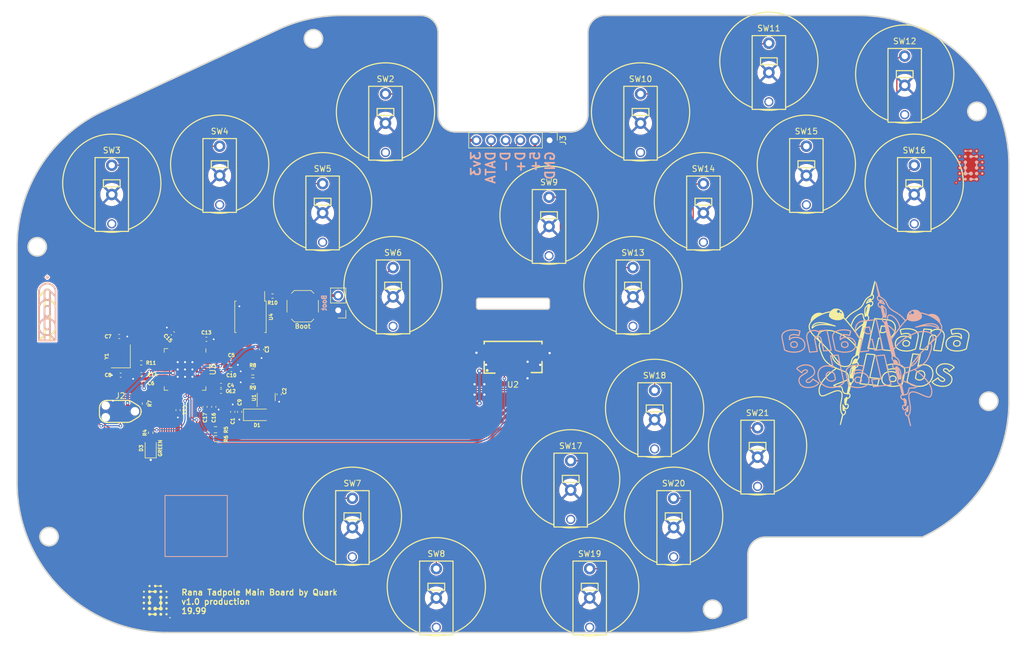
<source format=kicad_pcb>
(kicad_pcb (version 20221018) (generator pcbnew)
  (layers (0 "F.Cu" signal) (31 "B.Cu" signal) (34 "B.Paste" user) (35 "F.Paste" user) (36 "B.SilkS" user "B.Silkscreen") (37 "F.SilkS" user "F.Silkscreen") (38 "B.Mask" user) (39 "F.Mask" user) (44 "Edge.Cuts" user))
  (net 0 "")
  (net 1 "GND")
  (net 2 "+5V")
  (net 3 "+1V1")
  (net 4 "XTAL_IN")
  (net 5 "/XTAL_O")
  (net 6 "Net-(D1-A)")
  (net 7 "Net-(D3-A)")
  (net 8 "DATA")
  (net 9 "SWD")
  (net 10 "~{RESET}")
  (net 11 "SWCLK")
  (net 13 "PICO_LED")
  (net 14 "VBUS_SENSE")
  (net 15 "D+")
  (net 16 "/D_+")
  (net 17 "D-")
  (net 18 "/D_-")
  (net 19 "/~{USB_BOOT}")
  (net 20 "CS")
  (net 21 "XTAL_OUT")
  (net 22 "START")
  (net 24 "RIGHT")
  (net 25 "DOWN")
  (net 26 "LEFT")
  (net 27 "L")
  (net 28 "M1")
  (net 29 "M2")
  (net 34 "C_UP")
  (net 35 "C_LT")
  (net 36 "A")
  (net 37 "C_DN")
  (net 38 "C_RT")
  (net 39 "UP")
  (net 40 "MS")
  (net 41 "Z")
  (net 42 "LS")
  (net 43 "X")
  (net 44 "Y")
  (net 46 "B")
  (net 47 "R")
  (net 49 "SD3")
  (net 50 "QSPI_CLK")
  (net 51 "SD0")
  (net 52 "SD2")
  (net 53 "SD1")
  (net 74 "3vDiode")
  (footprint "Capacitor_SMD:C_0402_1005Metric" (layer "F.Cu") (at 58.915184 82.420834)
    (fp_text reference "C4")
    (fp_text value "1uF")
  )
  (footprint "Resistor_SMD:R_0603_1608Metric" (layer "F.Cu") (at 64.431202 80.085084 180)
    (fp_text reference "R8")
    (fp_text value "27")
  )
  (footprint "Buttons:RanaTadpole" (layer "F.Cu") (at 151.957706 92.904723)
    (fp_text reference "SW21")
    (fp_text value "~")
  )
  (footprint "Buttons:RanaTadpole" (layer "F.Cu") (at 142.562747 50.562843)
    (fp_text reference "SW14")
    (fp_text value "~")
  )
  (footprint "Capacitor_SMD:C_0402_1005Metric" (layer "F.Cu") (at 45.087952 80.544084 180)
    (fp_text reference "C14")
    (fp_text value "100nF")
  )
  (footprint "Buttons:RanaTadpole" (layer "F.Cu") (at 179.128254 47.363775)
    (fp_text reference "SW16")
    (fp_text value "~")
  )
  (footprint "Capacitor_SMD:C_0402_1005Metric" (layer "F.Cu") (at 50.533184 73.403834 135)
    (fp_text reference "C15")
    (fp_text value "100nF")
  )
  (footprint "Resistor_SMD:R_0402_1005Metric" (layer "F.Cu") (at 67.851202 66.925084 180)
    (fp_text reference "R10")
    (fp_text value "1k")
  )
  (footprint "Buttons:RanaTadpole" (layer "F.Cu") (at 58.680497 44.06446)
    (fp_text reference "SW4")
    (fp_text value "~")
  )
  (footprint "Resistor_SMD:R_0402_1005Metric" (layer "F.Cu") (at 45.641202 85.575084 90)
    (fp_text reference "R7")
    (fp_text value "10k")
  )
  (footprint "footprint:FPC-SMD_X05A26H12G" (layer "F.Cu") (at 109.548753 78.28851 180)
    (fp_text reference "U2")
    (fp_text value "X05A26H12G")
  )
  (footprint "Package_TO_SOT_SMD:SOT-23" (layer "F.Cu") (at 66.751202 84.427584 90)
    (fp_text reference "U1")
    (fp_text value "XC6206")
  )
  (footprint "Resistor_SMD:R_0603_1608Metric" (layer "F.Cu") (at 64.431202 81.615084 180)
    (fp_text reference "R9")
    (fp_text value "27")
  )
  (footprint "Buttons:RanaTadpole" (layer "F.Cu") (at 153.918524 26.2103)
    (fp_text reference "SW11")
    (fp_text value "~")
  )
  (footprint "Button_Switch_SMD:SW_SPST_SKQG_WithStem" (layer "F.Cu") (at 73.071202 68.685084 180)
    (fp_text reference "SW1" hide)
    (fp_text value "Boot")
  )
  (footprint "Buttons:RanaTadpole" (layer "F.Cu") (at 137.402862 105.117687)
    (fp_text reference "SW20")
    (fp_text value "~")
  )
  (footprint "Buttons:RanaTadpole" (layer "F.Cu") (at 160.416907 44.06446)
    (fp_text reference "SW15")
    (fp_text value "~")
  )
  (footprint "Buttons:RanaTadpole" (layer "F.Cu") (at 122.848017 117.330652)
    (fp_text reference "SW19")
    (fp_text value "~")
  )
  (footprint "Buttons:RanaTadpole" (layer "F.Cu") (at 81.694542 105.117687)
    (fp_text reference "SW7")
    (fp_text value "~")
  )
  (footprint "qw-logo:qw new logo silk + copper sm" (layer "F.Cu") (at 47.75 119.91)
    (fp_text reference "H1" hide)
    (fp_text value "qw-logo" hide)
  )
  (footprint "qw-footprints:RP2040-QFN-56" (layer "F.Cu") (at 52.676202 79.655084 -90)
    (fp_text reference "U3")
    (fp_text value "RP2040")
  )
  (footprint "Capacitor_SMD:C_0402_1005Metric" (layer "F.Cu") (at 60.708952 78.131084)
    (fp_text reference "C5")
    (fp_text value "100nF")
  )
  (footprint "Capacitor_SMD:C_0402_1005Metric" (layer "F.Cu") (at 41.516184 80.642834)
    (fp_text reference "C8")
    (fp_text value "22pF")
  )
  (footprint "Diode_SMD:D_SOD-123" (layer "F.Cu") (at 65.161202 87.525084)
    (fp_text reference "D1")
    (fp_text value "Schottky Diode")
  )
  (footprint "Capacitor_SMD:C_0402_1005Metric" (layer "F.Cu") (at 58.915184 83.436834)
    (fp_text reference "C12")
    (fp_text value "100nF")
  )
  (footprint "1999:1999 logo md" (layer "F.Cu") (at 28.575 69.05625)
    (fp_text reference "H2" hide)
    (fp_text value "19.99 logo" hide)
  )
  (footprint "Buttons:RanaTadpole" (layer "F.Cu") (at 87.432609 34.998954)
    (fp_text reference "SW2")
    (fp_text value "~")
  )
  (footprint "Capacitor_SMD:C_0402_1005Metric" (layer "F.Cu") (at 56.375184 74.419834)
    (fp_text reference "C13")
    (fp_text value "100nF")
  )
  (footprint "Capacitor_SMD:C_0402_1005Metric" (layer "F.Cu") (at 41.262184 73.940084 180)
    (fp_text reference "C7")
    (fp_text value "22pF")
  )
  (footprint "Capacitor_SMD:C_0402_1005Metric" (layer "F.Cu") (at 62.146202 86.995084 90)
    (fp_text reference "C9")
    (fp_text value "10uF")
  )
  (footprint "Connector_PinHeader_2.54mm:PinHeader_1x02_P2.54mm_Vertical" (layer "F.Cu") (at 79.23 69.4 180)
    (fp_text reference "J1" hide)
    (fp_text value "Conn_01x02" hide)
  )
  (footprint "Buttons:RanaTadpole" (layer "F.Cu") (at 131.664795 34.998954)
    (fp_text reference "SW10")
    (fp_text value "~")
  )
  (footprint "PCM_marbastlib-various:CON_TC2030_outlined" (layer "F.Cu") (at 41.451202 86.925084 180)
    (fp_text reference "J2")
    (fp_text value "JTAG_TC2030")
  )
  (footprint "Buttons:RanaTadpole" (layer "F.Cu") (at 130.349783 65.117687)
    (fp_text reference "SW13")
    (fp_text value "~")
  )
  (footprint "Buttons:RanaTadpole" (layer "F.Cu") (at 76.534657 50.562843)
    (fp_text reference "SW5")
    (fp_text value "~")
  )
  (footprint "Buttons:RanaTadpole" (layer "F.Cu") (at 88.747621 65.117687)
    (fp_text reference "SW6")
    (fp_text value "~")
  )
  (footprint "Connector_PinHeader_2.54mm:PinHeader_1x06_P2.54mm_Vertical" (layer "F.Cu") (at 115.898702 39.91 -90)
    (fp_text reference "J3")
    (fp_text value "DuPont Connector")
  )
  (footprint "Resistor_SMD:R_0402_1005Metric" (layer "F.Cu") (at 45.087952 78.512084)
    (fp_text reference "R11")
    (fp_text value "1k")
  )
  (footprint "LED_SMD:LED_0805_2012Metric" (layer "F.Cu") (at 46.72 93.3025 90)
    (fp_text reference "D3")
    (fp_text value "GREEN")
  )
  (footprint "Capacitor_SMD:C_0402_1005Metric" (layer "F.Cu") (at 57.660952 86.132084 -90)
    (fp_text reference "C16")
    (fp_text value "100nF")
  )
  (footprint "Package_SO:SOIC-8_5.23x5.23mm_P1.27mm" (layer "F.Cu") (at 64.021202 70.525084 -90)
    (fp_text reference "U4")
    (fp_text value "W25Q128JVS")
  )
  (footprint "Buttons:RanaTadpole" (layer "F.Cu") (at 39.96915 47.363775)
    (fp_text reference "SW3")
    (fp_text value "~")
  )
  (footprint "Capacitor_SMD:C_0402_1005Metric" (layer "F.Cu") (at 45.087952 82.068084 180)
    (fp_text reference "C6")
    (fp_text value "100nF")
  )
  (footprint "Buttons:RanaTadpole" (layer "F.Cu") (at 96.249387 117.330652)
    (fp_text reference "SW8")
    (fp_text value "~")
  )
  (footprint "Resistor_SMD:R_0603_1608Metric" (layer "F.Cu") (at 57.966202 91.645084)
    (fp_text reference "R6")
    (fp_text value "10k")
  )
  (footprint "Capacitor_SMD:C_0402_1005Metric" (layer "F.Cu") (at 60.946202 86.995084 -90)
    (fp_text reference "C1")
    (fp_text value "1uF")
  )
  (footprint "Buttons:RanaTadpole" (layer "F.Cu") (at 115.794938 52.904723)
    (fp_text reference "SW9")
    (fp_text value "~")
  )
  (footprint "logo:Logo_with_text_28mm" (layer "F.Cu") (at 174.8 76.8)
    (fp_text reference "G***" hide)
    (fp_text value "LOGO" hide)
  )
  (footprint "Buttons:RanaTadpole" (layer "F.Cu") (at 177.472295 28.436076)
    (fp_text reference "SW12")
    (fp_text value "~")
  )
  (footprint "Capacitor_SMD:C_0402_1005Metric" (layer "F.Cu") (at 68.991202 83.975084 90)
    (fp_text reference "C2")
    (fp_text value "1uF")
  )
  (footprint "Buttons:RanaTadpole" (layer "F.Cu") (at 134.103546 86.40634)
    (fp_text reference "SW18")
    (fp_text value "~")
  )
  (footprint "Capacitor_SMD:C_0402_1005Metric" (layer "F.Cu") (at 65.931202 76.175084 -90)
    (fp_text reference "C3")
    (fp_text value "100nF")
  )
  (footprint "Capacitor_SMD:C_0402_1005Metric" (layer "F.Cu") (at 60.708952 79.655084)
    (fp_text reference "C10")
    (fp_text value "1uF")
  )
  (footprint "Resistor_SMD:R_0603_1608Metric" (layer "F.Cu") (at 57.966202 90.105084 180)
    (fp_text reference "R5")
    (fp_text value "5.6k")
  )
  (footprint "Capacitor_SMD:C_0402_1005Metric" (layer "F.Cu") (at 51.46 86.71 -90)
    (fp_text reference "C11")
    (fp_text value "100nF")
  )
  (footprint "Resistor_SMD:R_0402_1005Metric" (layer "F.Cu") (at 46.72 90.62 -90)
    (fp_text reference "R4")
    (fp_text value "470")
  )
  (footprint "Capacitor_SMD:C_0402_1005Metric" (layer "F.Cu") (at 56.136952 86.132084 -90)
    (fp_text reference "C17")
    (fp_text value "100nF")
  )
  (footprint "Buttons:RanaTadpole" (layer "F.Cu") (at 119.548702 98.619304)
    (fp_text reference "SW17")
    (fp_text value "~")
  )
  (footprint "Crystal:Crystal_SMD_3225-4Pin_3.2x2.5mm" (layer "F.Cu") (at 41.531952 77.369084 90)
    (fp_text reference "Y1")
    (fp_text value "12MHz")
  )
  (footprint "logo:Logo_with_text_28mm" (layer "B.Cu") (at 170 77 180)
    (fp_text reference "G***" hide)
    (fp_text value "LOGO" hide)
  )
  (footprint "1999:1999 logo md" (layer "B.Cu") (at 29.004262 69.05625 180)
    (fp_text reference "H4" hide)
    (fp_text value "19.99 logo" hide)
  )
  (footprint "qw-logo:qw new logo silk + copper sm" (layer "B.Cu") (at 188.71 44.46 180)
    (fp_text reference "H3" hide)
    (fp_text value "qw-logo" hide)
  )
  (gr_line (start 49.2 101.5) (end 60 101.5) (stroke (width 0.15)) (layer "B.SilkS"))
  (gr_line (start 49.2 112.1) (end 49.2 101.5) (stroke (width 0.15)) (layer "B.SilkS"))
  (gr_line (start 60 101.5) (end 60 112.1) (stroke (width 0.15)) (layer "B.SilkS"))
  (gr_line (start 60 112.1) (end 49.2 112.1) (stroke (width 0.15)) (layer "B.SilkS"))
  (gr_arc (start 23.548702 58.382584) (mid 27.620524 44.412794) (end 38.560627 34.818581) (stroke (width 0.25)) (layer "Edge.Cuts"))
  (gr_line (start 150.273264 122.834478) (end 150.273264 111.722371) (stroke (width 0.25)) (layer "Edge.Cuts"))
  (gr_arc (start 122.548702 21.270476) (mid 123.427382 19.149156) (end 125.548702 18.270476) (stroke (width 0.25)) (layer "Edge.Cuts"))
  (gr_arc (start 122.548702 35.470476) (mid 121.670031 37.591813) (end 119.548702 38.470476) (stroke (width 0.25)) (layer "Edge.Cuts"))
  (gr_arc (start 169.548702 18.270476) (mid 187.933478 25.8857) (end 195.548702 44.270476) (stroke (width 0.25)) (layer "Edge.Cuts"))
  (gr_circle (center 27.048702 58.382584) (end 28.648702 58.382584) (stroke (width 0.25)) (fill none) (layer "Edge.Cuts"))
  (gr_line (start 79.812215 18.270476) (end 93.548702 18.270476) (stroke (width 0.25)) (layer "Edge.Cuts"))
  (gr_arc (start 49.548702 125.270476) (mid 31.163926 117.655252) (end 23.548702 99.270476) (stroke (width 0.25)) (layer "Edge.Cuts"))
  (gr_arc (start 195.548702 85.158368) (mid 191.476883 99.128161) (end 180.536777 108.722371) (stroke (width 0.25)) (layer "Edge.Cuts"))
  (gr_line (start 139.285189 125.270476) (end 49.548702 125.270476) (stroke (width 0.25)) (layer "Edge.Cuts"))
  (gr_line (start 125.548702 18.270476) (end 169.548702 18.270476) (stroke (width 0.25)) (layer "Edge.Cuts"))
  (gr_circle (center 192.048702 85.158368) (end 193.648702 85.158368) (stroke (width 0.25)) (fill none) (layer "Edge.Cuts"))
  (gr_arc (start 150.273264 111.722371) (mid 151.151952 109.601057) (end 153.273264 108.722371) (stroke (width 0.25)) (layer "Edge.Cuts"))
  (gr_line (start 103.208702 68.82) (end 103.208702 67.69) (stroke (width 0.2)) (layer "Edge.Cuts"))
  (gr_arc (start 93.548702 18.270476) (mid 95.670022 19.149156) (end 96.548702 21.270476) (stroke (width 0.25)) (layer "Edge.Cuts"))
  (gr_line (start 115.888702 67.69) (end 115.888702 68.82) (stroke (width 0.2)) (layer "Edge.Cuts"))
  (gr_circle (center 144.15508 121.237136) (end 145.75508 121.237136) (stroke (width 0.25)) (fill none) (layer "Edge.Cuts"))
  (gr_line (start 23.548702 99.270476) (end 23.548702 58.382584) (stroke (width 0.25)) (layer "Edge.Cuts"))
  (gr_line (start 195.548702 44.270476) (end 195.548702 85.158368) (stroke (width 0.25)) (layer "Edge.Cuts"))
  (gr_arc (start 103.608702 69.22) (mid 103.325858 69.102843) (end 103.208702 68.82) (stroke (width 0.2)) (layer "Edge.Cuts"))
  (gr_line (start 96.548702 21.270476) (end 96.548702 35.470476) (stroke (width 0.25)) (layer "Edge.Cuts"))
  (gr_circle (center 190.002661 34.895745) (end 191.602661 34.895745) (stroke (width 0.25)) (fill none) (layer "Edge.Cuts"))
  (gr_line (start 99.548702 38.470476) (end 119.548702 38.470476) (stroke (width 0.25)) (layer "Edge.Cuts"))
  (gr_line (start 38.560627 34.818581) (end 68.82414 20.706474) (stroke (width 0.25)) (layer "Edge.Cuts"))
  (gr_arc (start 115.888702 68.82) (mid 115.771545 69.102843) (end 115.488702 69.22) (stroke (width 0.2)) (layer "Edge.Cuts"))
  (gr_line (start 115.488702 69.22) (end 103.608702 69.22) (stroke (width 0.2)) (layer "Edge.Cuts"))
  (gr_line (start 103.608702 67.29) (end 115.488702 67.29) (stroke (width 0.2)) (layer "Edge.Cuts"))
  (gr_circle (center 74.942324 22.303816) (end 76.542324 22.303816) (stroke (width 0.25)) (fill none) (layer "Edge.Cuts"))
  (gr_arc (start 103.208702 67.69) (mid 103.325859 67.407158) (end 103.608702 67.29) (stroke (width 0.2)) (layer "Edge.Cuts"))
  (gr_circle (center 29.094743 108.645207) (end 30.694743 108.645207) (stroke (width 0.25)) (fill none) (layer "Edge.Cuts"))
  (gr_line (start 180.536777 108.722371) (end 153.273264 108.722371) (stroke (width 0.25)) (layer "Edge.Cuts"))
  (gr_arc (start 68.82414 20.706474) (mid 74.184785 18.88678) (end 79.812215 18.270476) (stroke (width 0.25)) (layer "Edge.Cuts"))
  (gr_arc (start 115.488702 67.29) (mid 115.771543 67.407158) (end 115.888702 67.69) (stroke (width 0.2)) (layer "Edge.Cuts"))
  (gr_arc (start 99.548702 38.470476) (mid 97.427389 37.591796) (end 96.548702 35.470476) (stroke (width 0.25)) (layer "Edge.Cuts"))
  (gr_arc (start 150.273264 122.834478) (mid 144.912619 124.654169) (end 139.285189 125.270476) (stroke (width 0.25)) (layer "Edge.Cuts"))
  (gr_line (start 122.548702 35.470476) (end 122.548702 21.270476) (stroke (width 0.25)) (layer "Edge.Cuts"))
  (gr_text "Boot" (at 77.27 66.61 90) (layer "B.SilkS") (effects (font (size 0.8 0.8) (thickness 0.2) bold) (justify left bottom mirror)))
  (gr_text "3v3\nDATA\nD-\nD+\n5+\nGND" (at 116.91 41.65 90) (layer "B.SilkS") (effects (font (size 1.6 1.6) (thickness 0.3) bold) (justify left bottom mirror)))
  (gr_text "Rana Tadpole Main Board by Quark\nv1.0 production\n19.99" (at 51.94 122.12) (layer "F.SilkS") (effects (font (size 1 1) (thickness 0.2) bold) (justify left bottom)))
  (segment (start 42.659184 73.940084) (end 41.742184 73.940084) (width 0.381) (layer "F.Cu") (net 1))
  (segment (start 40.681952 78.222106) (end 42.381952 76.522106) (width 0.254) (layer "F.Cu") (net 1))
  (segment (start 47.773861 78.346987) (end 43.867383 74.440509) (width 0.2) (layer "F.Cu") (net 1))
  (segment (start 62.121202 66.962584) (end 62.121202 68.687584) (width 0.5) (layer "F.Cu") (net 1))
  (segment (start 61.188952 78.131084) (end 61.188952 79.655084) (width 0.5) (layer "F.Cu") (net 1))
  (segment (start 59.395184 83.436834) (end 60.312184 83.436834) (width 0.2) (layer "F.Cu") (net 1))
  (segment (start 40.181202 86.290084) (end 40.181202 85.087823) (width 0.25) (layer "F.Cu") (net 1))
  (segment (start 60.946202 86.515084) (end 60.946202 85.735084) (width 0.5) (layer "F.Cu") (net 1))
  (segment (start 114.233742 76.748505) (end 114.233742 78.813742) (width 0.5) (layer "F.Cu") (net 1))
  (segment (start 104.863663 78.823663) (end 104.88 78.84) (width 0.5) (layer "F.Cu") (net 1))
  (segment (start 51.46 87.19) (end 51.46 87.95) (width 0.5) (layer "F.Cu") (net 1))
  (segment (start 49.238702 78.655084) (end 48.517673 78.655084) (width 0.2) (layer "F.Cu") (net 1))
  (segment (start 112.048702 79.87) (end 112.048702 80.65) (width 0.5) (layer "F.Cu") (net 1))
  (segment (start 56.855184 74.419834) (end 57.645184 74.419834) (width 0.381) (layer "F.Cu") (net 1))
  (segment (start 50.193773 73.064423) (end 49.517184 72.387834) (width 0.381) (layer "F.Cu") (net 1))
  (segment (start 62.146202 86.515084) (end 60.946202 86.515084) (width 0.5) (layer "F.Cu") (net 1))
  (segment (start 103.221495 76.748505) (end 103.21 76.76) (width 0.5) (layer "F.Cu") (net 1))
  (segment (start 114.233742 76.748505) (end 115.838505 76.748505) (width 0.5) (layer "F.Cu") (net 1))
  (segment (start 114.233742 78.813742) (end 114.27 78.85) (width 0.5) (layer "F.Cu") (net 1))
  (segment (start 112.048702 78.351298) (end 112.08 78.32) (width 0.5) (layer "F.Cu") (net 1))
  (segment (start 58.501202 86.611834) (end 57.661202 86.611834) (width 0.381) (layer "F.Cu") (net 1))
  (segment (start 112.048702 81.178702) (end 112.06 81.19) (width 0.5) (layer "F.Cu") (net 1))
  (segment (start 41.036184 80.642834) (end 39.992184 80.642834) (width 0.381) (layer "F.Cu") (net 1))
  (segment (start 104.863663 76.748505) (end 104.863663 78.823663) (width 0.5) (layer "F.Cu") (net 1))
  (segment (start 104.863663 76.748505) (end 103.221495 76.748505) (width 0.5) (layer "F.Cu") (net 1))
  (segment (start 112.048702 80.65) (end 112.048702 78.351298) (width 0.5) (layer "F.Cu") (net 1))
  (segment (start 41.036184 80.642834) (end 41.036184 78.823316) (width 0.381) (layer "F.Cu") (net 1))
  (segment (start 57.660952 86.612084) (end 56.136952 86.612084) (width 0.381) (layer "F.Cu") (net 1))
  (segment (start 115.838505 76.748505) (end 115.9 76.81) (width 0.5) (layer "F.Cu") (net 1))
  (segment (start 68.991202 84.455084) (end 68.991202 85.235084) (width 0.5) (layer "F.Cu") (net 1))
  (segment (start 51.46 87.95) (end 51.43 87.98) (width 0.5) (layer "F.Cu") (net 1))
  (segment (start 46.72 94.24) (end 46.72 95.3305) (width 0.5) (layer "F.Cu") (net 1))
  (segment (start 68.991202 85.235084) (end 69.001202 85.245084) (width 0.5) (layer "F.Cu") (net 1))
  (segment (start 65.931202 76.655084) (end 65.931202 77.665084) (width 0.5) (layer "F.Cu") (net 1))
  (segment (start 112.048702 80.65) (end 112.048702 81.178702) (width 0.5) (layer "F.Cu") (net 1))
  (segment (start 60.946202 85.735084) (end 60.936202 85.725084) (width 0.5) (layer "F.Cu") (net 1))
  (via (at 62.096202 88.335084) (size 0.6) (drill 0.3) (layers "F.Cu" "B.Cu") (net 1))
  (via (at 102.8805 84.0195) (size 0.8) (drill 0.4) (layers "F.Cu" "B.Cu") (net 1))
  (via (at 51.43 87.98) (size 0.6) (drill 0.3) (layers "F.Cu" "B.Cu") (net 1))
  (via (at 58.501202 86.611834) (size 0.6) (drill 0.3) (layers "F.Cu" "B.Cu") (net 1))
  (via (at 43.675184 81.277834) (size 0.6) (drill 0.3) (layers "F.Cu" "B.Cu") (net 1))
  (via (at 112.08 78.32) (size 0.8) (drill 0.4) (layers "F.Cu" "B.Cu") (net 1))
  (via (at 60.312184 83.436834) (size 0.6) (drill 0.3) (layers "F.Cu" "B.Cu") (net 1))
  (via (at 49.517184 72.387834) (size 0.6) (drill 0.3) (layers "F.Cu" "B.Cu") (net 1))
  (via (at 65.941202 77.675084) (size 0.6) (drill 0.3) (layers "F.Cu" "B.Cu") (net 1))
  (via (at 102.8805 82.2205) (size 0.8) (drill 0.4) (layers "F.Cu" "B.Cu") (net 1))
  (via (at 115.9 76.81) (size 0.8) (drill 0.4) (layers "F.Cu" "B.Cu") (net 1))
  (via (at 39.992184 80.642834) (size 0.6) (drill 0.3) (layers "F.Cu" "B.Cu") (net 1))
  (via (at 62.328309 81.881084) (size 0.6) (drill 0.3) (layers "F.Cu" "B.Cu") (net 1))
  (via (at 57.645184 74.419834) (size 0.6) (drill 0.3) (layers "F.Cu" "B.Cu") (net 1))
  (via (at 62.328309 79.976084) (size 0.6) (drill 0.3) (layers "F.Cu" "B.Cu") (net 1))
  (via (at 104.5795 84.0195) (size 0.8) (drill 0.4) (layers "F.Cu" "B.Cu") (net 1))
  (via (at 60.936202 85.725084) (size 0.6) (drill 0.3) (layers "F.Cu" "B.Cu") (net 1))
  (via (at 104.5795 82.2205) (size 0.8) (drill 0.4) (layers "F.Cu" "B.Cu") (net 1))
  (via (at 112.06 81.19) (size 0.8) (drill 0.4) (layers "F.Cu" "B.Cu") (net 1))
  (via (at 40.181202 85.087823) (size 0.6) (drill 0.3) (layers "F.Cu" "B.Cu") (net 1))
  (via (at 46.72 95.3305) (size 0.8) (drill 0.4) (layers "F.Cu" "B.Cu") (net 1))
  (via (at 61.836184 78.864834) (size 0.6) (drill 0.3) (layers "F.Cu" "B.Cu") (net 1))
  (via (at 69.001202 85.245084) (size 0.6) (drill 0.3) (layers "F.Cu" "B.Cu") (net 1))
  (via (at 103.21 76.76) (size 0.8) (drill 0.4) (layers "F.Cu" "B.Cu") (net 1))
  (via (at 114.27 78.85) (size 0.8) (drill 0.4) (layers "F.Cu" "B.Cu") (net 1))
  (via (at 62.106202 68.702584) (size 0.6) (drill 0.3) (layers "F.Cu" "B.Cu") (net 1))
  (via (at 42.659184 73.940084) (size 0.6) (drill 0.3) (layers "F.Cu" "B.Cu") (net 1))
  (via (at 104.88 78.84) (size 0.8) (drill 0.4) (layers "F.Cu" "B.Cu") (net 1))
  (arc (start 48.517673 78.655084) (mid 48.115125 78.575012) (end 47.773861 78.346987) (width 0.2) (layer "F.Cu") (net 1))
  (arc (start 42.659184 73.940084) (mid 43.313086 74.07014) (end 43.867383 74.440509) (width 0.2) (layer "F.Cu") (net 1))
  (segment (start 51.401202 80.930084) (end 53.951202 80.930084) (width 0.635) (layer "B.Cu") (net 1))
  (segment (start 51.701202 78.680084) (end 51.701202 80.630084) (width 0.635) (layer "B.Cu") (net 1))
  (segment (start 51.401202 78.380084) (end 51.701202 78.680084) (width 0.635) (layer "B.Cu") (net 1))
  (segment (start 53.951202 80.930084) (end 53.951202 78.380084) (width 0.635) (layer "B.Cu") (net 1))
  (segment (start 51.401202 78.380084) (end 53.951202 78.380084) (width 0.635) (layer "B.Cu") (net 1))
  (segment (start 53.951202 79.655084) (end 51.401202 79.655084) (width 0.635) (layer "B.Cu") (net 1))
  (segment (start 52.676202 80.930084) (end 52.676202 78.380084) (width 0.635) (layer "B.Cu") (net 1))
  (segment (start 51.701202 80.630084) (end 51.401202 80.930084) (width 0.635) (layer "B.Cu") (net 1))
  (segment (start 105.129382 89.940618) (end 109.584236 85.485764) (width 0.5) (layer "F.Cu") (net 2))
  (segment (start 59.835618 90.105084) (end 58.791202 90.105084) (width 0.5) (layer "F.Cu") (net 2))
  (segment (start 111.048702 81.95023) (end 111.048702 74.5) (width 0.5) (layer "F.Cu") (net 2))
  (segment (start 112.048702 70) (end 115.638702 70) (width 0.5) (layer "F.Cu") (net 2))
  (segment (start 69.241202 91.405084) (end 101.593848 91.405084) (width 0.5) (layer "F.Cu") (net 2))
  (segment (start 116.638702 69) (end 116.638702 67.54) (width 0.5) (layer "F.Cu") (net 2))
  (segment (start 61.353994 90.877876) (end 61.10841 90.632292) (width 0.5) (layer "F.Cu") (net 2))
  (segment (start 111.048702 74.5) (end 111.048702 71) (width 0.5) (layer "F.Cu") (net 2))
  (segment (start 115.638702 66.54) (end 114.358702 66.54) (width 0.5) (layer "F.Cu") (net 2))
  (segment (start 69.241202 83.490084) (end 66.751202 83.490084) (width 0.5) (layer "F.Cu") (net 2))
  (segment (start 69.241202 91.405084) (end 62.626786 91.405084) (width 0.5) (layer "F.Cu") (net 2))
  (segment (start 70.241202 84.490084) (end 70.241202 90.405084) (width 0.5) (layer "F.Cu") (net 2))
  (segment (start 113.358702 65.54) (end 113.358702 39.91) (width 0.5) (layer "F.Cu") (net 2))
  (arc (start 69.241202 83.490084) (mid 69.948309 83.782977) (end 70.241202 84.490084) (width 0.5) (layer "F.Cu") (net 2))
  (arc (start 111.048702 71) (mid 111.341595 70.292893) (end 112.048702 70) (width 0.5) (layer "F.Cu") (net 2))
  (arc (start 116.638702 67.54) (mid 116.345809 66.832893) (end 115.638702 66.54) (width 0.5) (layer "F.Cu") (net 2))
  (arc (start 115.638702 70) (mid 116.345809 69.707107) (end 116.638702 69) (width 0.5) (layer "F.Cu") (net 2))
  (arc (start 61.353994 90.877876) (mid 61.937956 91.268067) (end 62.626786 91.405084) (width 0.5) (layer "F.Cu") (net 2))
  (arc (start 101.593848 91.405084) (mid 103.507265 91.024482) (end 105.129382 89.940618) (width 0.5) (layer "F.Cu") (net 2))
  (arc (start 70.241202 90.405084) (mid 69.948309 91.112191) (end 69.241202 91.405084) (width 0.5) (layer "F.Cu") (net 2))
  (arc (start 109.584236 85.485764) (mid 110.6681 83.863647) (end 111.048702 81.95023) (width 0.5) (layer "F.Cu") (net 2))
  (arc (start 61.10841 90.632292) (mid 60.524448 90.242101) (end 59.835618 90.105084) (width 0.5) (layer "F.Cu") (net 2))
  (arc (start 114.358702 66.54) (mid 113.651595 66.247107) (end 113.358702 65.54) (width 0.5) (layer "F.Cu") (net 2))
  (segment (start 58.803952 79.020084) (end 59.522568 78.301468) (width 0.381) (layer "F.Cu") (net 3))
  (segment (start 56.113702 81.455084) (end 56.744915 81.455084) (width 0.2) (layer "F.Cu") (net 3))
  (segment (start 45.614424 82.068084) (end 45.567952 82.068084) (width 0.2) (layer "F.Cu") (net 3))
  (segment (start 49.238702 80.255084) (end 48.090166 80.255084) (width 0.2) (layer "F.Cu") (net 3))
  (segment (start 58.803952 79.020084) (end 58.661845 79.162191) (width 0.2) (layer "F.Cu") (net 3))
  (segment (start 57.954738 79.455084) (end 56.113702 79.455084) (width 0.2) (layer "F.Cu") (net 3))
  (segment (start 56.113702 81.455084) (end 55.269952 81.455084) (width 0.2) (layer "F.Cu") (net 3))
  (segment (start 45.580184 82.928834) (end 45.567952 82.916602) (width 0.5) (layer "F.Cu") (net 3))
  (segment (start 45.567952 82.916602) (end 45.567952 82.068084) (width 0.5) (layer "F.Cu") (net 3))
  (segment (start 47.383059 80.547977) (end 46.03871 81.892326) (width 0.2) (layer "F.Cu") (net 3))
  (segment (start 57.981747 81.967397) (end 58.435184 82.420834) (width 0.2) (layer "F.Cu") (net 3))
  (segment (start 55.269952 81.455084) (end 55.120952 81.306084) (width 0.2) (layer "F.Cu") (net 3))
  (via (at 50.576702 80.261834) (size 0.6) (drill 0.35) (layers "F.Cu" "B.Cu") (net 3))
  (via (at 54.813952 80.388834) (size 0.6) (drill 0.35) (layers "F.Cu" "B.Cu") (net 3))
  (via (at 45.580184 82.928834) (size 0.6) (drill 0.3) (layers "F.Cu" "B.Cu") (net 3))
  (via (at 58.803952 79.020084) (size 0.6) (drill 0.3) (layers "F.Cu" "B.Cu") (net 3))
  (arc (start 59.522568 78.301468) (mid 59.711294 78.175366) (end 59.933952 78.131084) (width 0.381) (layer "F.Cu") (net 3))
  (arc (start 47.383059 80.547977) (mid 47.707482 80.331204) (end 48.090166 80.255084) (width 0.2) (layer "F.Cu") (net 3))
  (arc (start 46.03871 81.892326) (mid 45.844041 82.022402) (end 45.614424 82.068084) (width 0.2) (layer "F.Cu") (net 3))
  (arc (start 57.981747 81.967397) (mid 57.414284 81.58823) (end 56.744915 81.455084) (width 0.2) (layer "F.Cu") (net 3))
  (arc (start 58.661845 79.162191) (mid 58.337422 79.378964) (end 57.954738 79.455084) (width 0.2) (layer "F.Cu") (net 3))
  (segment (start 56.596916 79.020084) (end 58.803952 79.020084) (width 0.381) (layer "B.Cu") (net 3))
  (segment (start 54.813952 80.388834) (end 55.889809 79.312977) (width 0.381) (layer "B.Cu") (net 3))
  (segment (start 45.580184 82.625066) (end 45.580184 82.928834) (width 0.381) (layer "B.Cu") (net 3))
  (segment (start 47.236309 80.554727) (end 45.873077 81.917959) (width 0.381) (layer "B.Cu") (net 3))
  (segment (start 50.576702 80.261834) (end 47.943416 80.261834) (width 0.381) (layer "B.Cu") (net 3))
  (arc (start 47.236309 80.554727) (mid 47.560732 80.337954) (end 47.943416 80.261834) (width 0.381) (layer "B.Cu") (net 3))
  (arc (start 55.889809 79.312977) (mid 56.214232 79.096204) (end 56.596916 79.020084) (width 0.381) (layer "B.Cu") (net 3))
  (arc (start 45.873077 81.917959) (mid 45.656304 82.242382) (end 45.580184 82.625066) (width 0.381) (layer "B.Cu") (net 3))
  (segment (start 40.782184 73.940084) (end 40.782184 76.168852) (width 0.2) (layer "F.Cu") (net 4))
  (segment (start 43.114335 74.956084) (end 42.641704 74.956084) (width 0.2) (layer "F.Cu") (net 4))
  (segment (start 49.238702 79.055084) (end 48.333383 79.055084) (width 0.2) (layer "F.Cu") (net 4))
  (segment (start 47.622491 78.760623) (end 44.315485 75.453617) (width 0.2) (layer "F.Cu") (net 4))
  (segment (start 41.397647 75.471389) (end 40.681952 76.187084) (width 0.2) (layer "F.Cu") (net 4))
  (arc (start 43.114335 74.956084) (mid 43.764393 75.085389) (end 44.315485 75.453617) (width 0.2) (layer "F.Cu") (net 4))
  (arc (start 42.641704 74.956084) (mid 41.968425 75.090007) (end 41.397647 75.471389) (width 0.2) (layer "F.Cu") (net 4))
  (arc (start 48.333383 79.055084) (mid 47.948651 78.978556) (end 47.622491 78.760623) (width 0.2) (layer "F.Cu") (net 4))
  (segment (start 41.996184 80.642834) (end 41.996184 78.854852) (width 0.2) (layer "F.Cu") (net 5))
  (segment (start 42.424952 78.512084) (end 44.577952 78.512084) (width 0.2) (layer "F.Cu") (net 5))
  (segment (start 66.960639 87.493316) (end 66.84297 87.493316) (width 0.5) (layer "F.Cu") (net 6))
  (segment (start 67.701202 85.365084) (end 67.701202 86.525084) (width 0.5) (layer "F.Cu") (net 6))
  (segment (start 66.84297 87.493316) (end 66.811202 87.525084) (width 0.5) (layer "F.Cu") (net 6))
  (arc (start 67.701202 86.525084) (mid 67.494555 87.133845) (end 66.960639 87.493316) (width 0.5) (layer "F.Cu") (net 6))
  (segment (start 46.72 92.365) (end 46.72 91.13) (width 0.2) (layer "F.Cu") (net 7))
  (segment (start 108.048702 81.228702) (end 108.048702 80.59) (width 0.25) (layer "F.Cu") (net 8))
  (segment (start 106.548702 70.68) (end 101.53 70.68) (width 0.25) (layer "F.Cu") (net 8))
  (segment (start 108.048702 80.59) (end 108.048702 79.87) (width 0.25) (layer "F.Cu") (net 8))
  (segment (start 108.048702 80.59) (end 108.048702 72.18) (width 0.25) (layer "F.Cu") (net 8))
  (segment (start 55.191202 85.84712) (end 55.191202 86.635084) (width 0.2) (layer "F.Cu") (net 8))
  (segment (start 101.494466 47.855534) (end 104.274236 45.075764) (width 0.25) (layer "F.Cu") (net 8))
  (segment (start 54.476202 83.092584) (end 54.476202 84.303692) (width 0.2) (layer "F.Cu") (net 8))
  (segment (start 54.769095 85.010799) (end 54.898309 85.140013) (width 0.2) (layer "F.Cu") (net 8))
  (segment (start 108.06 81.24) (end 108.048702 81.228702) (width 0.25) (layer "F.Cu") (net 8))
  (segment (start 100.03 69.18) (end 100.03 51.391068) (width 0.25) (layer "F.Cu") (net 8))
  (segment (start 105.738702 41.54023) (end 105.738702 39.91) (width 0.25) (layer "F.Cu") (net 8))
  (via (at 108.06 81.24) (size 0.6) (drill 0.3) (layers "F.Cu" "B.Cu") (net 8))
  (via (at 55.203202 86.598198) (size 0.6) (drill 0.3) (layers "F.Cu" "B.Cu") (net 8))
  (arc (start 100.03 51.391068) (mid 100.410602 49.477651) (end 101.494466 47.855534) (width 0.25) (layer "F.Cu") (net 8))
  (arc (start 55.191202 85.84712) (mid 55.115082 85.464437) (end 54.898309 85.140013) (width 0.2) (layer "F.Cu") (net 8))
  (arc (start 54.476202 84.303692) (mid 54.552322 84.686375) (end 54.769095 85.010799) (width 0.2) (layer "F.Cu") (net 8))
  (arc (start 108.048702 72.18) (mid 107.609362 71.11934) (end 106.548702 70.68) (width 0.25) (layer "F.Cu") (net 8))
  (arc (start 101.53 70.68) (mid 100.46934 70.24066) (end 100.03 69.18) (width 0.25) (layer "F.Cu") (net 8))
  (arc (start 104.274236 45.075764) (mid 105.3581 43.453647) (end 105.738702 41.54023) (width 0.25) (layer "F.Cu") (net 8))
  (segment (start 59.243843 92.115084) (end 103.06 92.115084) (width 0.25) (layer "B.Cu") (net 8))
  (segment (start 56.620801 90.734683) (end 57.122523 91.236405) (width 0.25) (layer "B.Cu") (net 8))
  (segment (start 55.191202 86.635084) (end 55.191202 87.283325) (width 0.25) (layer "B.Cu") (net 8))
  (segment (start 108.06 87.115084) (end 108.06 81.24) (width 0.25) (layer "B.Cu") (net 8))
  (arc (start 103.06 92.115084) (mid 106.595534 90.650618) (end 108.06 87.115084) (width 0.25) (layer "B.Cu") (net 8))
  (arc (start 55.191202 87.283325) (mid 55.562742 89.151186) (end 56.620801 90.734683) (width 0.25) (layer "B.Cu") (net 8))
  (arc (start 57.122523 91.236405) (mid 58.095793 91.886723) (end 59.243843 92.115084) (width 0.25) (layer "B.Cu") (net 8))
  (segment (start 49.238702 81.055084) (end 48.516134 81.055084) (width 0.2) (layer "F.Cu") (net 9))
  (segment (start 38.094341 88.518223) (end 38.778331 89.202213) (width 0.2) (layer "F.Cu") (net 9))
  (segment (start 42.109408 89.766878) (end 42.298309 89.577977) (width 0.2) (layer "F.Cu") (net 9))
  (segment (start 47.448144 82.180148) (end 47.448144 82.302251) (width 0.2) (layer "F.Cu") (net 9))
  (segment (start 47.028384 83.31564) (end 46.355081 83.988943) (width 0.2) (layer "F.Cu") (net 9))
  (segment (start 47.809029 81.347975) (end 47.781438 81.375566) (width 0.2) (layer "F.Cu") (net 9))
  (segment (start 38.07507 84.781216) (end 38.060136 84.79615) (width 0.2) (layer "F.Cu") (net 9))
  (segment (start 40.740775 90.015084) (end 41.510186 90.015084) (width 0.2) (layer "F.Cu") (net 9))
  (segment (start 45.149471 84.488323) (end 38.782231 84.488323) (width 0.2) (layer "F.Cu") (net 9))
  (segment (start 42.591202 88.87087) (end 42.591202 87.535084) (width 0.2) (layer "F.Cu") (net 9))
  (segment (start 37.461202 86.242104) (end 37.461202 86.989691) (width 0.2) (layer "F.Cu") (net 9))
  (arc (start 42.298309 89.577977) (mid 42.515082 89.253553) (end 42.591202 88.87087) (width 0.2) (layer "F.Cu") (net 9))
  (arc (start 41.510186 90.015084) (mid 41.834483 89.950577) (end 42.109408 89.766878) (width 0.2) (layer "F.Cu") (net 9))
  (arc (start 47.809029 81.347975) (mid 48.133452 81.131204) (end 48.516134 81.055084) (width 0.2) (layer "F.Cu") (net 9))
  (arc (start 38.060136 84.79615) (mid 37.61686 85.459559) (end 37.461202 86.242104) (width 0.2) (layer "F.Cu") (net 9))
  (arc (start 46.355081 83.988943) (mid 45.801942 84.358538) (end 45.149471 84.488323) (width 0.2) (layer "F.Cu") (net 9))
  (arc (start 47.448144 82.302251) (mid 47.339052 82.850693) (end 47.028384 83.31564) (width 0.2) (layer "F.Cu") (net 9))
  (arc (start 38.782231 84.488323) (mid 38.399508 84.564449) (end 38.07507 84.781216) (width 0.2) (layer "F.Cu") (net 9))
  (arc (start 38.778331 89.202213) (mid 39.678708 89.803825) (end 40.740775 90.015084) (width 0.2) (layer "F.Cu") (net 9))
  (arc (start 47.781438 81.375566) (mid 47.534765 81.744707) (end 47.448144 82.180148) (width 0.2) (layer "F.Cu") (net 9))
  (arc (start 37.461202 86.989691) (mid 37.625749 87.816927) (end 38.094341 88.518223) (width 0.2) (layer "F.Cu") (net 9))
  (segment (start 49.238702 81.455084) (end 48.795269 81.455084) (width 0.2) (layer "F.Cu") (net 10))
  (segment (start 47.420077 83.536209) (end 46.545655 84.410631) (width 0.2) (layer "F.Cu") (net 10))
  (segment (start 45.392404 84.888323) (end 42.13973 84.888323) (width 0.2) (layer "F.Cu") (net 10))
  (segment (start 41.451202 85.576851) (end 41.451202 86.290084) (width 0.2) (layer "F.Cu") (net 10))
  (segment (start 41.715466 85.064059) (end 41.626938 85.152587) (width 0.2) (layer "F.Cu") (net 10))
  (segment (start 48.317599 81.652941) (end 48.117126 81.853414) (width 0.2) (layer "F.Cu") (net 10))
  (arc (start 45.392404 84.888323) (mid 46.016539 84.764175) (end 46.545655 84.410631) (width 0.2) (layer "F.Cu") (net 10))
  (arc (start 47.847664 82.503952) (mid 47.917695 82.151883) (end 48.117126 81.853414) (width 0.2) (layer "F.Cu") (net 10))
  (arc (start 42.13973 84.888323) (mid 41.91012 84.933995) (end 41.715466 85.064059) (width 0.2) (layer "F.Cu") (net 10))
  (arc (start 47.847664 82.503952) (mid 47.736538 83.062593) (end 47.420077 83.536209) (width 0.2) (layer "F.Cu") (net 10))
  (arc (start 41.626938 85.152587) (mid 41.496874 85.347241) (end 41.451202 85.576851) (width 0.2) (layer "F.Cu") (net 10))
  (arc (start 48.795269 81.455084) (mid 48.536756 81.506505) (end 48.317599 81.652941) (width 0.2) (layer "F.Cu") (net 10))
  (segment (start 41.451202 87.560084) (end 41.451202 89.385584) (width 0.2) (layer "F.Cu") (net 11))
  (segment (start 47.048624 82.152259) (end 47.048624 82.279586) (width 0.2) (layer "F.Cu") (net 11))
  (segment (start 45.03697 84.088803) (end 38.662587 84.088803) (width 0.2) (layer "F.Cu") (net 11))
  (segment (start 37.87597 84.41463) (end 37.711221 84.579379) (width 0.2) (layer "F.Cu") (net 11))
  (segment (start 37.061202 86.148665) (end 37.061202 87.092204) (width 0.2) (layer "F.Cu") (net 11))
  (segment (start 46.729855 83.049163) (end 46.152129 83.626889) (width 0.2) (layer "F.Cu") (net 11))
  (segment (start 41.451202 89.385584) (end 41.481202 89.415584) (width 0.2) (layer "F.Cu") (net 11))
  (segment (start 47.644024 80.947979) (end 47.479164 81.112839) (width 0.2) (layer "F.Cu") (net 11))
  (segment (start 37.93851 89.210214) (end 38.147291 89.418995) (width 0.2) (layer "F.Cu") (net 11))
  (segment (start 49.238702 80.655084) (end 48.351132 80.655084) (width 0.2) (layer "F.Cu") (net 11))
  (via (at 38.147291 89.418995) (size 0.6) (drill 0.3) (layers "F.Cu" "B.Cu") (net 11))
  (via (at 41.481202 89.415584) (size 0.6) (drill 0.3) (layers "F.Cu" "B.Cu") (net 11))
  (arc (start 47.479164 81.112839) (mid 47.160522 81.589718) (end 47.048624 82.152259) (width 0.2) (layer "F.Cu") (net 11))
  (arc (start 46.152129 83.626889) (mid 45.64049 83.968755) (end 45.03697 84.088803) (width 0.2) (layer "F.Cu") (net 11))
  (arc (start 47.048624 82.279586) (mid 46.965779 82.696078) (end 46.729855 83.049163) (width 0.2) (layer "F.Cu") (net 11))
  (arc (start 48.351132 80.655084) (mid 47.968448 80.731205) (end 47.644024 80.947979) (width 0.2) (layer "F.Cu") (net 11))
  (arc (start 37.711221 84.579379) (mid 37.230136 85.299374) (end 37.061202 86.148665) (width 0.2) (layer "F.Cu") (net 11))
  (arc (start 38.662587 84.088803) (mid 38.236873 84.173483) (end 37.87597 84.41463) (width 0.2) (layer "F.Cu") (net 11))
  (arc (start 37.061202 87.092204) (mid 37.289207 88.238463) (end 37.93851 89.210214) (width 0.2) (layer "F.Cu") (net 11))
  (segment (start 38.150702 89.415584) (end 38.147291 89.418995) (width 0.2) (layer "B.Cu") (net 11))
  (segment (start 41.481202 89.415584) (end 38.150702 89.415584) (width 0.2) (layer "B.Cu") (net 11))
  (segment (start 52.767291 85.118995) (end 53.136484 84.749833) (width 0.2) (layer "F.Cu") (net 13))
  (segment (start 53.276202 84.412542) (end 53.276202 83.092584) (width 0.2) (layer "F.Cu") (net 13))
  (segment (start 47.76 90.12) (end 47.75 90.11) (width 0.2) (layer "F.Cu") (net 13))
  (segment (start 47.75 90.11) (end 46.72 90.11) (width 0.2) (layer "F.Cu") (net 13))
  (segment (start 52.687291 85.118995) (end 52.767291 85.118995) (width 0.2) (layer "F.Cu") (net 13))
  (via (at 52.675702 85.118995) (size 0.6) (drill 0.3) (layers "F.Cu" "B.Cu") (net 13))
  (via (at 47.76 90.12) (size 0.6) (drill 0.3) (layers "F.Cu" "B.Cu") (net 13))
  (arc (start 53.136484 84.749833) (mid 53.239891 84.595084) (end 53.276202 84.412542) (width 0.2) (layer "F.Cu") (net 13))
  (segment (start 52.675702 88.12) (end 52.675702 85.118995) (width 0.2) (layer "B.Cu") (net 13))
  (segment (start 47.76 90.12) (end 50.675702 90.12) (width 0.2) (layer "B.Cu") (net 13))
  (arc (start 52.675702 88.12) (mid 52.089916 89.534214) (end 50.675702 90.12) (width 0.2) (layer "B.Cu") (net 13))
  (segment (start 56.675702 90.865084) (end 57.141202 90.865084) (width 0.2) (layer "F.Cu") (net 14))
  (segment (start 52.876202 83.092584) (end 52.876202 83.814979) (width 0.2) (layer "F.Cu") (net 14))
  (segment (start 57.141202 90.865084) (end 57.141202 90.105084) (width 0.2) (layer "F.Cu") (net 14))
  (segment (start 54.675702 88.41) (end 54.675702 88.865084) (width 0.2) (layer "F.Cu") (net 14))
  (segment (start 57.141202 91.645084) (end 57.141202 90.865084) (width 0.2) (layer "F.Cu") (net 14))
  (via (at 54.675702 88.41) (size 0.6) (drill 0.3) (layers "F.Cu" "B.Cu") (net 14))
  (via (at 52.675702 84.298995) (size 0.6) (drill 0.3) (layers "F.Cu" "B.Cu") (net 14))
  (arc (start 52.876202 83.814979) (mid 52.8241 84.076914) (end 52.675702 84.298995) (width 0.2) (layer "F.Cu") (net 14))
  (arc (start 56.675702 90.865084) (mid 55.261488 90.279298) (end 54.675702 88.865084) (width 0.2) (layer "F.Cu") (net 14))
  (segment (start 53.73 85.098995) (end 53.73 87.61) (width 0.2) (layer "B.Cu") (net 14))
  (segment (start 52.675702 84.298995) (end 52.93 84.298995) (width 0.2) (layer "B.Cu") (net 14))
  (segment (start 54.53 88.41) (end 54.675702 88.41) (width 0.2) (layer "B.Cu") (net 14))
  (arc (start 53.73 85.098995) (mid 53.495685 84.53331) (end 52.93 84.298995) (width 0.2) (layer "B.Cu") (net 14))
  (arc (start 53.73 87.61) (mid 53.964315 88.175685) (end 54.53 88.41) (width 0.2) (layer "B.Cu") (net 14))
  (segment (start 109.75 79.157084) (end 109.75 71.584594) (width 0.2) (layer "F.Cu") (net 15))
  (segment (start 83.2 83.941248) (end 83.2 83.62) (width 0.2) (layer "F.Cu") (net 15))
  (segment (start 109.798639 79.828515) (end 109.808287 79.838163) (width 0.25) (layer "F.Cu") (net 15))
  (segment (start 81.4 83.62) (end 81.4 83.941245) (width 0.2) (layer "F.Cu") (net 15))
  (segment (start 82 83.941245) (end 82 83.62) (width 0.2) (layer "F.Cu") (net 15))
  (segment (start 66.056202 79.28) (end 70.103246 79.28) (width 0.2) (layer "F.Cu") (net 15))
  (segment (start 109.75 42.558932) (end 109.75 41.807129) (width 0.2) (layer "F.Cu") (net 15))
  (segment (start 107.985406 69.82) (end 103.6 69.82) (width 0.2) (layer "F.Cu") (net 15))
  (segment (start 83.5 83.32) (end 87.473347 83.32) (width 0.2) (layer "F.Cu") (net 15))
  (segment (start 87.473347 83.32) (end 108.399708 83.32) (width 0.2) (layer "F.Cu") (net 15))
  (segment (start 109.75 81.969708) (end 109.75 80.375809) (width 0.2) (layer "F.Cu") (net 15))
  (segment (start 78.285382 83.32) (end 81.1 83.32) (width 0.2) (layer "F.Cu") (net 15))
  (segment (start 110.289119 79.838162) (end 110.298766 79.828515) (width 0.25) (layer "F.Cu") (net 15))
  (segment (start 102.6 68.82) (end 102.6 53.851068) (width 0.2) (layer "F.Cu") (net 15))
  (segment (start 73.63878 80.744466) (end 74.749848 81.855534) (width 0.2) (layer "F.Cu") (net 15))
  (segment (start 65.256202 80.085084) (end 65.256202 80.08) (width 0.2) (layer "F.Cu") (net 15))
  (segment (start 104.064466 50.315534) (end 108.285534 46.094466) (width 0.2) (layer "F.Cu") (net 15))
  (segment (start 109.798639 79.828515) (end 109.808287 79.818867) (width 0.2) (layer "F.Cu") (net 15))
  (segment (start 82.6 83.62) (end 82.6 83.941248) (width 0.2) (layer "F.Cu") (net 15))
  (segment (start 110.335787 40.392915) (end 110.818702 39.91) (width 0.2) (layer "F.Cu") (net 15))
  (segment (start 110.289119 79.818868) (end 110.298766 79.828515) (width 0.2) (layer "F.Cu") (net 15))
  (arc (start 102.6 53.851068) (mid 102.980602 51.937651) (end 104.064466 50.315534) (width 0.2) (layer "F.Cu") (net 15))
  (arc (start 110.289119 79.818868) (mid 110.048703 79.719284) (end 109.808287 79.818867) (width 0.25) (layer "F.Cu") (net 15))
  (arc (start 81.7 84.241245) (mid 81.912132 84.153377) (end 82 83.941245) (width 0.2) (layer "F.Cu") (net 15))
  (arc (start 83.2 83.62) (mid 83.287868 83.407868) (end 83.5 83.32) (width 0.2) (layer "F.Cu") (net 15))
  (arc (start 108.399708 83.32) (mid 109.354509 82.924509) (end 109.75 81.969708) (width 0.2) (layer "F.Cu") (net 15))
  (arc (start 65.256202 80.08) (mid 65.490517 79.514315) (end 66.056202 79.28) (width 0.2) (layer "F.Cu") (net 15))
  (arc (start 82.9 84.241248) (mid 83.112132 84.15338) (end 83.2 83.941248) (width 0.2) (layer "F.Cu") (net 15))
  (arc (start 109.75 71.584594) (mid 109.233162 70.336838) (end 107.985406 69.82) (width 0.2) (layer "F.Cu") (net 15))
  (arc (start 81.4 83.941245) (mid 81.487868 84.153377) (end 81.7 84.241245) (width 0.2) (layer "F.Cu") (net 15))
  (arc (start 81.1 83.32) (mid 81.312132 83.407868) (end 81.4 83.62) (width 0.2) (layer "F.Cu") (net 15))
  (arc (start 109.75 41.807129) (mid 109.902241 41.041762) (end 110.335787 40.392915) (width 0.2) (layer "F.Cu") (net 15))
  (arc (start 70.103246 79.28) (mid 72.016663 79.660602) (end 73.63878 80.744466) (width 0.2) (layer "F.Cu") (net 15))
  (arc (start 74.749848 81.855534) (mid 76.371965 82.939398) (end 78.285382 83.32) (width 0.2) (layer "F.Cu") (net 15))
  (arc (start 82.3 83.32) (mid 82.512132 83.407868) (end 82.6 83.62) (width 0.2) (layer "F.Cu") (net 15))
  (arc (start 103.6 69.82) (mid 102.892893 69.527107) (end 102.6 68.82) (width 0.2) (layer "F.Cu") (net 15))
  (arc (start 110.289119 79.838162) (mid 110.048703 79.937746) (end 109.808287 79.838163) (width 0.25) (layer "F.Cu") (net 15))
  (arc (start 82.6 83.941248) (mid 82.687868 84.15338) (end 82.9 84.241248) (width 0.2) (layer "F.Cu") (net 15))
  (arc (start 108.285534 46.094466) (mid 109.369398 44.472349) (end 109.75 42.558932) (width 0.2) (layer "F.Cu") (net 15))
  (arc (start 82 83.62) (mid 82.087868 83.407868) (end 82.3 83.32) (width 0.2) (layer "F.Cu") (net 15))
  (segment (start 63.446517 80.127876) (end 63.471309 80.103084) (width 0.2) (layer "F.Cu") (net 16))
  (segment (start 56.113702 80.655084) (end 62.173725 80.655084) (width 0.2) (layer "F.Cu") (net 16))
  (segment (start 63.471309 80.103084) (end 63.662309 80.103084) (width 0.2) (layer "F.Cu") (net 16))
  (arc (start 63.446517 80.127876) (mid 62.862555 80.518067) (end 62.173725 80.655084) (width 0.2) (layer "F.Cu") (net 16))
  (segment (start 109.35 79.154488) (end 109.35 71.72) (width 0.2) (layer "F.Cu") (net 17))
  (segment (start 109.3486 80.378405) (end 109.3486 81.92) (width 0.2) (layer "F.Cu") (net 17))
  (segment (start 109.35 41.809725) (end 109.35 42.393246) (width 0.2) (layer "F.Cu") (net 17))
  (segment (start 74.915534 81.455534) (end 73.804466 80.344466) (width 0.2) (layer "F.Cu") (net 17))
  (segment (start 108.801215 79.831091) (end 108.798639 79.828515) (width 0.2) (layer "F.Cu") (net 17))
  (segment (start 102.2 53.685382) (end 102.2 68.92) (width 0.2) (layer "F.Cu") (net 17))
  (segment (start 108.278702 39.91) (end 108.764213 40.395511) (width 0.2) (layer "F.Cu") (net 17))
  (segment (start 70.268932 78.88) (end 65.2 78.88) (width 0.2) (layer "F.Cu") (net 17))
  (segment (start 107.885534 45.92878) (end 103.664466 50.149848) (width 0.2) (layer "F.Cu") (net 17))
  (segment (start 108.798639 79.828515) (end 108.801216 79.825938) (width 0.2) (layer "F.Cu") (net 17))
  (segment (start 108.3486 82.92) (end 78.451068 82.92) (width 0.2) (layer "F.Cu") (net 17))
  (segment (start 64.4 79.68) (end 64.4 80.815084) (width 0.2) (layer "F.Cu") (net 17))
  (segment (start 107.85 70.22) (end 103.437654 70.22) (width 0.2) (layer "F.Cu") (net 17))
  (segment (start 109.298766 79.828515) (end 109.296189 79.831092) (width 0.2) (layer "F.Cu") (net 17))
  (segment (start 65.2 81.615084) (end 65.256202 81.615084) (width 0.2) (layer "F.Cu") (net 17))
  (segment (start 109.29619 79.825939) (end 109.298766 79.828515) (width 0.2) (layer "F.Cu") (net 17))
  (arc (start 64.4 80.815084) (mid 64.634315 81.380769) (end 65.2 81.615084) (width 0.2) (layer "F.Cu") (net 17))
  (arc (start 103.664466 50.149848) (mid 102.580602 51.771965) (end 102.2 53.685382) (width 0.2) (layer "F.Cu") (net 17))
  (arc (start 109.296189 79.831092) (mid 109.048702 79.933604) (end 108.801215 79.831091) (width 0.25) (layer "F.Cu") (net 17))
  (arc (start 78.451068 82.92) (mid 76.537651 82.539398) (end 74.915534 81.455534) (width 0.2) (layer "F.Cu") (net 17))
  (arc (start 65.2 78.88) (mid 64.634315 79.114315) (end 64.4 79.68) (width 0.2) (layer "F.Cu") (net 17))
  (arc (start 109.35 71.72) (mid 108.91066 70.65934) (end 107.85 70.22) (width 0.2) (layer "F.Cu") (net 17))
  (arc (start 103.437654 70.22) (mid 102.5625 69.8575) (end 102.2 68.982346) (width 0.2) (layer "F.Cu") (net 17))
  (arc (start 108.3486 82.92) (mid 109.055707 82.627107) (end 109.3486 81.92) (width 0.2) (layer "F.Cu") (net 17))
  (arc (start 108.801216 79.825938) (mid 109.048703 79.723426) (end 109.29619 79.825939) (width 0.25) (layer "F.Cu") (net 17))
  (arc (start 109.35 42.393246) (mid 108.969398 44.306663) (end 107.885534 45.92878) (width 0.2) (layer "F.Cu") (net 17))
  (arc (start 73.804466 80.344466) (mid 72.182349 79.260602) (end 70.268932 78.88) (width 0.2) (layer "F.Cu") (net 17))
  (arc (start 108.764213 40.395511) (mid 109.197759 41.044358) (end 109.35 41.809725) (width 0.2) (layer "F.Cu") (net 17))
  (segment (start 56.113702 81.055084) (end 62.217725 81.055084) (width 0.2) (layer "F.Cu") (net 18))
  (arc (start 62.217725 81.055084) (mid 62.906555 81.192101) (end 63.490517 81.582292) (width 0.2) (layer "F.Cu") (net 18))
  (segment (start 78.930084 66.835084) (end 79.23 67.135) (width 0.2) (layer "F.Cu") (net 19))
  (segment (start 69.971202 66.835084) (end 76.171202 66.835084) (width 0.2) (layer "F.Cu") (net 19))
  (segment (start 69.881202 66.925084) (end 69.971202 66.835084) (width 0.2) (layer "F.Cu") (net 19))
  (segment (start 76.171202 66.835084) (end 78.930084 66.835084) (width 0.5) (layer "F.Cu") (net 19))
  (segment (start 68.361202 66.925084) (end 69.881202 66.925084) (width 0.2) (layer "F.Cu") (net 19))
  (segment (start 56.143933 77.055084) (end 56.393193 77.055079) (width 0.2) (layer "F.Cu") (net 20))
  (segment (start 65.926202 66.925084) (end 67.341202 66.925084) (width 0.2) (layer "F.Cu") (net 20))
  (segment (start 56.113702 77.055084) (end 56.143933 77.055084) (width 0.2) (layer "F.Cu") (net 20))
  (segment (start 60.923593 65.907007) (end 60.354305 66.476295) (width 0.2) (layer "F.Cu") (net 20))
  (segment (start 59.476106 72.518818) (end 59.476106 72.139988) (width 0.2) (layer "F.Cu") (net 20))
  (segment (start 59.476106 69.15018) (end 59.476106 72.139988) (width 0.2) (layer "F.Cu") (net 20))
  (segment (start 59.475626 68.597615) (end 59.475626 69.1497) (width 0.2) (layer "F.Cu") (net 20))
  (segment (start 57.44772 76.618268) (end 58.01164 76.054348) (width 0.2) (layer "F.Cu") (net 20))
  (segment (start 64.400537 65.295084) (end 62.400904 65.295084) (width 0.2) (layer "F.Cu") (net 20))
  (segment (start 65.926202 66.925084) (end 65.926202 66.820749) (width 0.2) (layer "F.Cu") (net 20))
  (arc (start 56.393193 77.055079) (mid 56.963899 76.94155) (end 57.44772 76.618268) (width 0.2) (layer "F.Cu") (net 20))
  (arc (start 59.476106 72.518818) (mid 59.095503 74.432233) (end 58.01164 76.054348) (width 0.2) (layer "F.Cu") (net 20))
  (arc (start 62.400904 65.295084) (mid 61.601389 65.454117) (end 60.923593 65.907007) (width 0.2) (layer "F.Cu") (net 20))
  (arc (start 64.400537 65.295084) (mid 65.479345 65.741941) (end 65.926202 66.820749) (width 0.2) (layer "F.Cu") (net 20))
  (arc (start 60.354305 66.476295) (mid 59.703987 67.449565) (end 59.475626 68.597615) (width 0.2) (layer "F.Cu") (net 20))
  (segment (start 47.270166 79.455084) (end 49.238702 79.455084) (width 0.2) (layer "F.Cu") (net 21))
  (segment (start 46.00082 78.599952) (end 46.563059 79.162191) (width 0.2) (layer "F.Cu") (net 21))
  (segment (start 45.597952 78.512084) (end 45.788688 78.512084) (width 0.2) (layer "F.Cu") (net 21))
  (arc (start 45.788688 78.512084) (mid 45.903493 78.53492) (end 46.00082 78.599952) (width 0.2) (layer "F.Cu") (net 21))
  (arc (start 47.270166 79.455084) (mid 46.887483 79.378964) (end 46.563059 79.162191) (width 0.2) (layer "F.Cu") (net 21))
  (segment (start 54.476202 75.285109) (end 54.476202 65.35) (width 0.2) (layer "F.Cu") (net 22))
  (segment (start 56.476202 63.35) (end 89.3 63.35) (width 0.2) (layer "F.Cu") (net 22))
  (segment (start 54.876202 75.685109) (end 54.476202 75.285109) (width 0.2) (layer "F.Cu") (net 22))
  (segment (start 90.3 62.35) (end 90.3 33.868954) (width 0.2) (layer "F.Cu") (net 22))
  (segment (start 88.3 31.868954) (end 87.432609 31.868954) (width 0.2) (layer "F.Cu") (net 22))
  (segment (start 54.876202 76.217584) (end 54.876202 75.685109) (width 0.2) (layer "F.Cu") (net 22))
  (arc (start 54.476202 65.35) (mid 55.061988 63.935786) (end 56.476202 63.35) (width 0.2) (layer "F.Cu") (net 22))
  (arc (start 90.3 33.868954) (mid 89.714214 32.45474) (end 88.3 31.868954) (width 0.2) (layer "F.Cu") (net 22))
  (arc (start 89.3 63.35) (mid 90.007107 63.057107) (end 90.3 62.35) (width 0.2) (layer "F.Cu") (net 22))
  (segment (start 54.076202 76.217584) (end 54.076202 65.067117) (width 0.2) (layer "F.Cu") (net 24))
  (segment (start 56.193319 62.95) (end 86.956881 62.95) (width 0.2) (layer "F.Cu") (net 24))
  (segment (start 88.371095 62.364213) (end 88.747621 61.987687) (width 0.2) (layer "F.Cu") (net 24))
  (arc (start 54.076202 65.067117) (mid 54.696291 63.570089) (end 56.193319 62.95) (width 0.2) (layer "F.Cu") (net 24))
  (arc (start 86.956881 62.95) (mid 87.722248 62.797759) (end 88.371095 62.364213) (width 0.2) (layer "F.Cu") (net 24))
  (segment (start 69.856101 47.432843) (end 76.534657 47.432843) (width 0.2) (layer "F.Cu") (net 25))
  (segment (start 54.261989 62.198528) (end 68.441888 48.018629) (width 0.2) (layer "F.Cu") (net 25))
  (segment (start 53.676202 76.217584) (end 53.676202 63.612742) (width 0.2) (layer "F.Cu") (net 25))
  (arc (start 54.261989 62.198528) (mid 53.828443 62.847375) (end 53.676202 63.612742) (width 0.2) (layer "F.Cu") (net 25))
  (arc (start 69.856101 47.432843) (mid 69.090734 47.585084) (end 68.441888 48.018629) (width 0.2) (layer "F.Cu") (net 25))
  (segment (start 53.276202 76.217584) (end 53.276202 42.93446) (width 0.2) (layer "F.Cu") (net 26))
  (segment (start 55.276202 40.93446) (end 58.680497 40.93446) (width 0.2) (layer "F.Cu") (net 26))
  (arc (start 53.276202 42.93446) (mid 53.861988 41.520246) (end 55.276202 40.93446) (width 0.2) (layer "F.Cu") (net 26))
  (segment (start 52.876202 76.217584) (end 52.876202 46.233775) (width 0.2) (layer "F.Cu") (net 27))
  (segment (start 50.876202 44.233775) (end 39.96915 44.233775) (width 0.2) (layer "F.Cu") (net 27))
  (arc (start 52.876202 46.233775) (mid 52.290416 44.819561) (end 50.876202 44.233775) (width 0.2) (layer "F.Cu") (net 27))
  (segment (start 49.795786 69.885786) (end 51.890415 71.980415) (width 0.2) (layer "F.Cu") (net 28))
  (segment (start 34.24 95.265975) (end 34.24 72.090093) (width 0.2) (layer "F.Cu") (net 28))
  (segment (start 81.694542 101.987687) (end 76.830328 101.987687) (width 0.2) (layer "F.Cu") (net 28))
  (segment (start 37.030093 69.3) (end 48.381573 69.3) (width 0.2) (layer "F.Cu") (net 28))
  (segment (start 74.709007 101.109007) (end 72.508679 98.908679) (width 0.2) (layer "F.Cu") (net 28))
  (segment (start 52.476202 73.394629) (end 52.476202 76.217584) (width 0.2) (layer "F.Cu") (net 28))
  (segment (start 70.387359 98.03) (end 37.004025 98.03) (width 0.2) (layer "F.Cu") (net 28))
  (arc (start 48.381573 69.3) (mid 49.14694 69.452241) (end 49.795786 69.885786) (width 0.2) (layer "F.Cu") (net 28))
  (arc (start 34.24 72.090093) (mid 35.057199 70.117199) (end 37.030093 69.3) (width 0.2) (layer "F.Cu") (net 28))
  (arc (start 70.387359 98.03) (mid 71.535409 98.258361) (end 72.508679 98.908679) (width 0.2) (layer "F.Cu") (net 28))
  (arc (start 37.004025 98.03) (mid 35.049564 97.220436) (end 34.24 95.265975) (width 0.2) (layer "F.Cu") (net 28))
  (arc (start 76.830328 101.987687) (mid 75.682277 101.759325) (end 74.709007 101.109007) (width 0.2) (layer "F.Cu") (net 28))
  (arc (start 51.890415 71.980415) (mid 52.323961 72.629262) (end 52.476202 73.394629) (width 0.2) (layer "F.Cu") (net 28))
  (segment (start 48.215887 69.7) (end 37.336962 69.7) (width 0.2) (layer "F.Cu") (net 29))
  (segment (start 37.38756 97.63) (end 94.249387 97.63) (width 0.2) (layer "F.Cu") (net 29))
  (segment (start 96.249387 99.63) (end 96.249387 114.200652) (width 0.2) (layer "F.Cu") (net 29))
  (segment (start 52.076202 76.217584) (end 52.076202 73.560315) (width 0.2) (layer "F.Cu") (net 29))
  (segment (start 34.64 72.396962) (end 34.64 94.88244) (width 0.2) (layer "F.Cu") (net 29))
  (segment (start 51.490415 72.146101) (end 49.6301 70.285786) (width 0.2) (layer "F.Cu") (net 29))
  (arc (start 52.076202 73.560315) (mid 51.923961 72.794948) (end 51.490415 72.146101) (width 0.2) (layer "F.Cu") (net 29))
  (arc (start 34.64 94.88244) (mid 35.444742 96.825258) (end 37.38756 97.63) (width 0.2) (layer "F.Cu") (net 29))
  (arc (start 49.6301 70.285786) (mid 48.981254 69.852241) (end 48.215887 69.7) (width 0.2) (layer "F.Cu") (net 29))
  (arc (start 96.249387 99.63) (mid 95.663601 98.215786) (end 94.249387 97.63) (width 0.2) (layer "F.Cu") (net 29))
  (arc (start 37.336962 69.7) (mid 35.429922 70.489922) (end 34.64 72.396962) (width 0.2) (layer "F.Cu") (net 29))
  (segment (start 49.146581 76.960201) (end 48.985581 76.750392) (width 0.2) (layer "F.Cu") (net 34))
  (segment (start 48.853346 76.521362) (end 48.752139 76.277031) (width 0.2) (layer "F.Cu") (net 34))
  (segment (start 48.985581 76.750392) (end 48.853346 76.521362) (width 0.2) (layer "F.Cu") (net 34))
  (segment (start 48.683692 76.021579) (end 48.649176 75.759378) (width 0.2) (layer "F.Cu") (net 34))
  (segment (start 48.649176 75.759378) (end 48.647184 75.627146) (width 0.2) (layer "F.Cu") (net 34))
  (segment (start 48.752139 76.277031) (end 48.683692 76.021579) (width 0.2) (layer "F.Cu") (net 34))
  (segment (start 48.647184 75.627146) (end 48.647184 72.53932) (width 0.2) (layer "F.Cu") (net 34))
  (segment (start 49.238702 77.055084) (end 49.146581 76.960201) (width 0.2) (layer "F.Cu") (net 34))
  (segment (start 46.207864 70.1) (end 37.643453 70.1) (width 0.2) (layer "F.Cu") (net 34))
  (segment (start 134.103546 80.845) (end 134.103546 83.27634) (width 0.2) (layer "F.Cu") (net 34))
  (segment (start 35.04 72.703453) (end 35.04 94.609697) (width 0.2) (layer "F.Cu") (net 34))
  (segment (start 37.660303 97.23) (end 104.358932 97.23) (width 0.2) (layer "F.Cu") (net 34))
  (segment (start 126.886068 78.845) (end 132.103546 78.845) (width 0.2) (layer "F.Cu") (net 34))
  (segment (start 107.894466 95.765534) (end 123.350534 80.309466) (width 0.2) (layer "F.Cu") (net 34))
  (arc (start 123.350534 80.309466) (mid 124.972651 79.225602) (end 126.886068 78.845) (width 0.2) (layer "F.Cu") (net 34))
  (arc (start 132.103546 78.845) (mid 133.51776 79.430786) (end 134.103546 80.845) (width 0.2) (layer "F.Cu") (net 34))
  (arc (start 104.358932 97.23) (mid 106.272349 96.849398) (end 107.894466 95.765534) (width 0.2) (layer "F.Cu") (net 34))
  (arc (start 37.643453 70.1) (mid 35.802534 70.862534) (end 35.04 72.703453) (width 0.2) (layer "F.Cu") (net 34))
  (arc (start 35.04 94.609697) (mid 35.807469 96.462531) (end 37.660303 97.23) (width 0.2) (layer "F.Cu") (net 34))
  (arc (start 48.647184 72.53932) (mid 47.932724 70.81446) (end 46.207864 70.1) (width 0.2) (layer "F.Cu") (net 34))
  (segment (start 106.503098 96.267192) (end 106.881034 96.048987) (width 0.2) (layer "F.Cu") (net 35))
  (segment (start 123.184849 79.909466) (end 123.34079 79.756822) (width 0.2) (layer "F.Cu") (net 35))
  (segment (start 37.179509 70.609922) (end 36.899547 70.716099) (width 0.2) (layer "F.Cu") (net 35))
  (segment (start 141.12 80.445) (end 141.12 93.489304) (width 0.2) (layer "F.Cu") (net 35))
  (segment (start 46.040697 70.50234) (end 45.886061 70.5) (width 0.2) (layer "F.Cu") (net 35))
  (segment (start 107.72878 95.365534) (end 123.184849 79.909466) (width 0.2) (layer "F.Cu") (net 35))
  (segment (start 37.755807 96.827843) (end 37.904767 96.83) (width 0.2) (layer "F.Cu") (net 35))
  (segment (start 48.204989 72.400343) (end 48.124944 72.10161) (width 0.2) (layer "F.Cu") (net 35))
  (segment (start 104.846191 96.789627) (end 105.275965 96.713843) (width 0.2) (layer "F.Cu") (net 35))
  (segment (start 35.656099 71.959547) (end 35.549922 72.239509) (width 0.2) (layer "F.Cu") (net 35))
  (segment (start 49.238702 77.455084) (end 48.803207 77.455084) (width 0.2) (layer "F.Cu") (net 35))
  (segment (start 37.917173 70.5) (end 37.767463 70.50217) (width 0.2) (layer "F.Cu") (net 35))
  (segment (start 36.160257 96.109743) (end 36.383254 96.307301) (width 0.2) (layer "F.Cu") (net 35))
  (segment (start 36.388008 71.025337) (end 36.163889 71.223889) (width 0.2) (layer "F.Cu") (net 35))
  (segment (start 37.460058 96.791932) (end 37.755807 96.827843) (width 0.2) (layer "F.Cu") (net 35))
  (segment (start 125.216122 78.674091) (end 125.637658 78.56114) (width 0.2) (layer "F.Cu") (net 35))
  (segment (start 107.572817 95.518155) (end 107.72878 95.365534) (width 0.2) (layer "F.Cu") (net 35))
  (segment (start 126.50218 78.44732) (end 126.720383 78.445) (width 0.2) (layer "F.Cu") (net 35))
  (segment (start 48.245357 72.706968) (end 48.204989 72.400343) (width 0.2) (layer "F.Cu") (net 35))
  (segment (start 47.663679 71.302684) (end 47.44499 71.083998) (width 0.2) (layer "F.Cu") (net 35))
  (segment (start 104.193246 96.83) (end 104.411448 96.827666) (width 0.2) (layer "F.Cu") (net 35))
  (segment (start 124.806035 78.823352) (end 125.216122 78.674091) (width 0.2) (layer "F.Cu") (net 35))
  (segment (start 123.34079 79.756822) (end 123.675096 79.476304) (width 0.2) (layer "F.Cu") (net 35))
  (segment (start 48.247665 72.861604) (end 48.245357 72.706968) (width 0.2) (layer "F.Cu") (net 35))
  (segment (start 104.411448 96.827666) (end 104.846191 96.789627) (width 0.2) (layer "F.Cu") (net 35))
  (segment (start 105.697498 96.60089) (end 106.107583 96.451627) (width 0.2) (layer "F.Cu") (net 35))
  (segment (start 124.410517 79.007787) (end 124.806035 78.823352) (width 0.2) (layer "F.Cu") (net 35))
  (segment (start 139.12 95.489304) (end 119.548702 95.489304) (width 0.2) (layer "F.Cu") (net 35))
  (segment (start 126.720383 78.445) (end 139.12 78.445) (width 0.2) (layer "F.Cu") (net 35))
  (segment (start 37.904767 96.83) (end 104.193246 96.83) (width 0.2) (layer "F.Cu") (net 35))
  (segment (start 125.637658 78.56114) (end 126.067434 78.485357) (width 0.2) (layer "F.Cu") (net 35))
  (segment (start 46.931788 70.741095) (end 46.646057 70.622745) (width 0.2) (layer "F.Cu") (net 35))
  (segment (start 47.44499 71.083998) (end 47.199626 70.895727) (width 0.2) (layer "F.Cu") (net 35))
  (segment (start 36.163889 71.223889) (end 35.965337 71.448008) (width 0.2) (layer "F.Cu") (net 35))
  (segment (start 47.851953 71.548044) (end 47.663679 71.302684) (width 0.2) (layer "F.Cu") (net 35))
  (segment (start 35.965337 71.448008) (end 35.795247 71.694425) (width 0.2) (layer "F.Cu") (net 35))
  (segment (start 123.675096 79.476304) (end 124.032579 79.225991) (width 0.2) (layer "F.Cu") (net 35))
  (segment (start 37.170794 96.720635) (end 37.460058 96.791932) (width 0.2) (layer "F.Cu") (net 35))
  (segment (start 45.886061 70.5) (end 37.917173 70.5) (width 0.2) (layer "F.Cu") (net 35))
  (segment (start 124.032579 79.225991) (end 124.410517 79.007787) (width 0.2) (layer "F.Cu") (net 35))
  (segment (start 35.442157 94.514193) (end 35.478068 94.809942) (width 0.2) (layer "F.Cu") (net 35))
  (segment (start 35.549365 95.099206) (end 35.65501 95.377766) (width 0.2) (layer "F.Cu") (net 35))
  (segment (start 36.634425 70.855247) (end 36.388008 71.025337) (width 0.2) (layer "F.Cu") (net 35))
  (segment (start 107.238514 95.798673) (end 107.572817 95.518155) (width 0.2) (layer "F.Cu") (net 35))
  (segment (start 37.470227 70.538264) (end 37.179509 70.609922) (width 0.2) (layer "F.Cu") (net 35))
  (segment (start 106.107583 96.451627) (end 106.503098 96.267192) (width 0.2) (layer "F.Cu") (net 35))
  (segment (start 35.478068 94.809942) (end 35.549365 95.099206) (width 0.2) (layer "F.Cu") (net 35))
  (segment (start 35.44 72.977173) (end 35.44 94.365233) (width 0.2) (layer "F.Cu") (net 35))
  (segment (start 35.962699 95.886746) (end 36.160257 96.109743) (width 0.2) (layer "F.Cu") (net 35))
  (segment (start 36.899547 70.716099) (end 36.634425 70.855247) (width 0.2) (layer "F.Cu") (net 35))
  (segment (start 48.247665 76.898289) (end 48.247665 72.861604) (width 0.2) (layer "F.Cu") (net 35))
  (segment (start 36.628438 96.476539) (end 36.892234 96.61499) (width 0.2) (layer "F.Cu") (net 35))
  (segment (start 35.549922 72.239509) (end 35.478264 72.530227) (width 0.2) (layer "F.Cu") (net 35))
  (segment (start 46.347323 70.542704) (end 46.040697 70.50234) (width 0.2) (layer "F.Cu") (net 35))
  (segment (start 48.348452 77.185683) (end 48.282847 77.07206) (width 0.2) (layer "F.Cu") (net 35))
  (segment (start 105.275965 96.713843) (end 105.697498 96.60089) (width 0.2) (layer "F.Cu") (net 35))
  (segment (start 36.383254 96.307301) (end 36.628438 96.476539) (width 0.2) (layer "F.Cu") (net 35))
  (segment (start 35.44 94.365233) (end 35.442157 94.514193) (width 0.2) (layer "F.Cu") (net 35))
  (segment (start 46.646057 70.622745) (end 46.347323 70.542704) (width 0.2) (layer "F.Cu") (net 35))
  (segment (start 106.881034 96.048987) (end 107.238514 95.798673) (width 0.2) (layer "F.Cu") (net 35))
  (segment (start 48.248884 76.945329) (end 48.247665 76.898289) (width 0.2) (layer "F.Cu") (net 35))
  (segment (start 48.39363 77.23328) (end 48.348452 77.185683) (width 0.2) (layer "F.Cu") (net 35))
  (segment (start 35.795247 71.694425) (end 35.656099 71.959547) (width 0.2) (layer "F.Cu") (net 35))
  (segment (start 48.124944 72.10161) (end 48.00659 71.815881) (width 0.2) (layer "F.Cu") (net 35))
  (segment (start 48.43416 77.273816) (end 48.482643 77.3223) (width 0.2) (layer "F.Cu") (net 35))
  (segment (start 35.478264 72.530227) (end 35.44217 72.827463) (width 0.2) (layer "F.Cu") (net 35))
  (segment (start 48.282847 77.07206) (end 48.248884 76.945329) (width 0.2) (layer "F.Cu") (net 35))
  (segment (start 126.067434 78.485357) (end 126.50218 78.44732) (width 0.2) (layer "F.Cu") (net 35))
  (segment (start 37.767463 70.50217) (end 37.470227 70.538264) (width 0.2) (layer "F.Cu") (net 35))
  (segment (start 35.65501 95.377766) (end 35.793461 95.641562) (width 0.2) (layer "F.Cu") (net 35))
  (segment (start 36.892234 96.61499) (end 37.170794 96.720635) (width 0.2) (layer "F.Cu") (net 35))
  (segment (start 47.199626 70.895727) (end 46.931788 70.741095) (width 0.2) (layer "F.Cu") (net 35))
  (segment (start 35.793461 95.641562) (end 35.962699 95.886746) (width 0.2) (layer "F.Cu") (net 35))
  (segment (start 48.00659 71.815881) (end 47.851953 71.548044) (width 0.2) (layer "F.Cu") (net 35))
  (segment (start 35.44217 72.827463) (end 35.44 72.977173) (width 0.2) (layer "F.Cu") (net 35))
  (arc (start 48.803207 77.455084) (mid 48.629719 77.420575) (end 48.482643 77.3223) (width 0.2) (layer "F.Cu") (net 35))
  (arc (start 139.12 78.445) (mid 140.534214 79.030786) (end 141.12 80.445) (width 0.2) (layer "F.Cu") (net 35))
  (arc (start 139.12 95.489304) (mid 140.534214 94.903518) (end 141.12 93.489304) (width 0.2) (layer "F.Cu") (net 35))
  (segment (start 38.116459 96.43) (end 104.02756 96.43) (width 0.2) (layer "F.Cu") (net 36))
  (segment (start 123.175106 79.356822) (end 123.509412 79.076306) (width 0.2) (layer "F.Cu") (net 36))
  (segment (start 37.671847 96.388759) (end 37.967405 96.42767) (width 0.2) (layer "F.Cu") (net 36))
  (segment (start 47.479131 71.876068) (end 47.303786 71.647553) (width 0.2) (layer "F.Cu") (net 36))
  (segment (start 35.84233 94.302595) (end 35.881241 94.598153) (width 0.2) (layer "F.Cu") (net 36))
  (segment (start 107.407218 95.118248) (end 107.563094 94.965534) (width 0.2) (layer "F.Cu") (net 36))
  (segment (start 36.840951 71.277925) (end 36.606609 71.457742) (width 0.2) (layer "F.Cu") (net 36))
  (segment (start 47.733377 72.391626) (end 47.62315 72.125515) (width 0.2) (layer "F.Cu") (net 36))
  (segment (start 35.957199 72.429658) (end 35.88075 72.714976) (width 0.2) (layer "F.Cu") (net 36))
  (segment (start 48.756118 77.855084) (end 48.683565 77.853682) (width 0.2) (layer "F.Cu") (net 36))
  (segment (start 47.303786 71.647553) (end 47.100113 71.443881) (width 0.2) (layer "F.Cu") (net 36))
  (segment (start 125.471974 78.161147) (end 125.90175 78.085366) (width 0.2) (layer "F.Cu") (net 36))
  (segment (start 37.654976 70.94075) (end 37.369658 71.017199) (width 0.2) (layer "F.Cu") (net 36))
  (segment (start 126.554698 78.045) (end 139.342502 78.045) (width 0.2) (layer "F.Cu") (net 36))
  (segment (start 36.070235 72.15676) (end 35.957199 72.429658) (width 0.2) (layer "F.Cu") (net 36))
  (segment (start 47.847665 73.099438) (end 47.845523 72.95542) (width 0.2) (layer "F.Cu") (net 36))
  (segment (start 48.08198 77.486636) (end 48.02758 77.429844) (width 0.2) (layer "F.Cu") (net 36))
  (segment (start 35.842198 73.007831) (end 35.84 73.155522) (width 0.2) (layer "F.Cu") (net 36))
  (segment (start 48.541246 77.825374) (end 48.407186 77.769843) (width 0.2) (layer "F.Cu") (net 36))
  (segment (start 35.88075 72.714976) (end 35.842198 73.007831) (width 0.2) (layer "F.Cu") (net 36))
  (segment (start 141.52 80.222498) (end 141.52 99.987687) (width 0.2) (layer "F.Cu") (net 36))
  (segment (start 45.648227 70.9) (end 38.095522 70.9) (width 0.2) (layer "F.Cu") (net 36))
  (segment (start 36.40301 95.656195) (end 36.613805 95.86699) (width 0.2) (layer "F.Cu") (net 36))
  (segment (start 46.077818 70.939742) (end 45.792245 70.902146) (width 0.2) (layer "F.Cu") (net 36))
  (segment (start 37.09676 71.130235) (end 36.840951 71.277925) (width 0.2) (layer "F.Cu") (net 36))
  (segment (start 123.509412 79.076306) (end 123.866895 78.825994) (width 0.2) (layer "F.Cu") (net 36))
  (segment (start 107.072904 95.398767) (end 107.407218 95.118248) (width 0.2) (layer "F.Cu") (net 36))
  (segment (start 105.110303 96.313927) (end 105.531846 96.200978) (width 0.2) (layer "F.Cu") (net 36))
  (segment (start 37.967405 96.42767) (end 38.116459 96.43) (width 0.2) (layer "F.Cu") (net 36))
  (segment (start 47.845523 72.95542) (end 47.807927 72.669847) (width 0.2) (layer "F.Cu") (net 36))
  (segment (start 106.337468 95.867286) (end 106.715414 95.649081) (width 0.2) (layer "F.Cu") (net 36))
  (segment (start 125.050438 78.274098) (end 125.471974 78.161147) (width 0.2) (layer "F.Cu") (net 36))
  (segment (start 48.407186 77.769843) (end 48.286537 77.689223) (width 0.2) (layer "F.Cu") (net 36))
  (segment (start 104.02756 96.43) (end 104.245767 96.427739) (width 0.2) (layer "F.Cu") (net 36))
  (segment (start 47.847665 76.92095) (end 47.847665 73.099438) (width 0.2) (layer "F.Cu") (net 36))
  (segment (start 36.613805 95.86699) (end 36.85031 96.048467) (width 0.2) (layer "F.Cu") (net 36))
  (segment (start 35.84 73.155522) (end 35.84 94.153541) (width 0.2) (layer "F.Cu") (net 36))
  (segment (start 48.286537 77.689223) (end 48.234245 77.638909) (width 0.2) (layer "F.Cu") (net 36))
  (segment (start 123.866895 78.825994) (end 124.244833 78.607791) (width 0.2) (layer "F.Cu") (net 36))
  (segment (start 104.245767 96.427739) (end 104.680519 96.389706) (width 0.2) (layer "F.Cu") (net 36))
  (segment (start 46.35604 71.014291) (end 46.077818 70.939742) (width 0.2) (layer "F.Cu") (net 36))
  (segment (start 47.62315 72.125515) (end 47.479131 71.876068) (width 0.2) (layer "F.Cu") (net 36))
  (segment (start 36.397742 71.666609) (end 36.217925 71.900951) (width 0.2) (layer "F.Cu") (net 36))
  (segment (start 36.606609 71.457742) (end 36.397742 71.666609) (width 0.2) (layer "F.Cu") (net 36))
  (segment (start 35.84 94.153541) (end 35.84233 94.302595) (width 0.2) (layer "F.Cu") (net 36))
  (segment (start 47.849391 76.999575) (end 47.847665 76.92095) (width 0.2) (layer "F.Cu") (net 36))
  (segment (start 35.958397 94.886104) (end 36.072479 95.161521) (width 0.2) (layer "F.Cu") (net 36))
  (segment (start 47.940226 77.299089) (end 47.880059 77.153805) (width 0.2) (layer "F.Cu") (net 36))
  (segment (start 37.108479 96.197521) (end 37.383896 96.311603) (width 0.2) (layer "F.Cu") (net 36))
  (segment (start 37.369658 71.017199) (end 37.09676 71.130235) (width 0.2) (layer "F.Cu") (net 36))
  (segment (start 48.234245 77.638909) (end 48.08198 77.486636) (width 0.2) (layer "F.Cu") (net 36))
  (segment (start 139.52 101.987687) (end 137.402862 101.987687) (width 0.2) (layer "F.Cu") (net 36))
  (segment (start 36.217925 71.900951) (end 36.070235 72.15676) (width 0.2) (layer "F.Cu") (net 36))
  (segment (start 48.02758 77.429844) (end 47.940226 77.299089) (width 0.2) (layer "F.Cu") (net 36))
  (segment (start 36.072479 95.161521) (end 36.221533 95.41969) (width 0.2) (layer "F.Cu") (net 36))
  (segment (start 35.881241 94.598153) (end 35.958397 94.886104) (width 0.2) (layer "F.Cu") (net 36))
  (segment (start 107.563094 94.965534) (end 123.019164 79.509466) (width 0.2) (layer "F.Cu") (net 36))
  (segment (start 47.100113 71.443881) (end 46.871598 71.268536) (width 0.2) (layer "F.Cu") (net 36))
  (segment (start 37.383896 96.311603) (end 37.671847 96.388759) (width 0.2) (layer "F.Cu") (net 36))
  (segment (start 46.622151 71.124518) (end 46.35604 71.014291) (width 0.2) (layer "F.Cu") (net 36))
  (segment (start 104.680519 96.389706) (end 105.110303 96.313927) (width 0.2) (layer "F.Cu") (net 36))
  (segment (start 37.947831 70.902198) (end 37.654976 70.94075) (width 0.2) (layer "F.Cu") (net 36))
  (segment (start 123.019164 79.509466) (end 123.175106 79.356822) (width 0.2) (layer "F.Cu") (net 36))
  (segment (start 46.871598 71.268536) (end 46.622151 71.124518) (width 0.2) (layer "F.Cu") (net 36))
  (segment (start 124.640351 78.423358) (end 125.050438 78.274098) (width 0.2) (layer "F.Cu") (net 36))
  (segment (start 124.244833 78.607791) (end 124.640351 78.423358) (width 0.2) (layer "F.Cu") (net 36))
  (segment (start 105.531846 96.200978) (end 105.941942 96.051719) (width 0.2) (layer "F.Cu") (net 36))
  (segment (start 47.880059 77.153805) (end 47.849391 76.999575) (width 0.2) (layer "F.Cu") (net 36))
  (segment (start 47.807927 72.669847) (end 47.733377 72.391626) (width 0.2) (layer "F.Cu") (net 36))
  (segment (start 38.095522 70.9) (end 37.947831 70.902198) (width 0.2) (layer "F.Cu") (net 36))
  (segment (start 49.238702 77.855084) (end 48.756118 77.855084) (width 0.2) (layer "F.Cu") (net 36))
  (segment (start 106.715414 95.649081) (end 107.072904 95.398767) (width 0.2) (layer "F.Cu") (net 36))
  (segment (start 105.941942 96.051719) (end 106.337468 95.867286) (width 0.2) (layer "F.Cu") (net 36))
  (segment (start 126.336495 78.047331) (end 126.554698 78.045) (width 0.2) (layer "F.Cu") (net 36))
  (segment (start 48.683565 77.853682) (end 48.541246 77.825374) (width 0.2) (layer "F.Cu") (net 36))
  (segment (start 45.792245 70.902146) (end 45.648227 70.9) (width 0.2) (layer "F.Cu") (net 36))
  (segment (start 36.85031 96.048467) (end 37.108479 96.197521) (width 0.2) (layer "F.Cu") (net 36))
  (segment (start 36.221533 95.41969) (end 36.40301 95.656195) (width 0.2) (layer "F.Cu") (net 36))
  (segment (start 125.90175 78.085366) (end 126.336495 78.047331) (width 0.2) (layer "F.Cu") (net 36))
  (arc (start 141.52 80.222498) (mid 140.882226 78.682774) (end 139.342502 78.045) (width 0.2) (layer "F.Cu") (net 36))
  (arc (start 141.52 99.987687) (mid 140.934214 101.401901) (end 139.52 101.987687) (width 0.2) (layer "F.Cu") (net 36))
  (segment (start 107.397408 94.565534) (end 122.853479 79.109466) (width 0.2) (layer "F.Cu") (net 37))
  (segment (start 48.079071 78.046112) (end 48.013148 77.98281) (width 0.2) (layer "F.Cu") (net 37))
  (segment (start 47.448145 77.003593) (end 47.448145 73.3) (width 0.2) (layer "F.Cu") (net 37))
  (segment (start 48.39986 78.217589) (end 48.231021 78.147648) (width 0.2) (layer "F.Cu") (net 37))
  (segment (start 47.741038 77.7107) (end 47.67294 77.639787) (width 0.2) (layer "F.Cu") (net 37))
  (segment (start 48.013148 77.98281) (end 47.741038 77.7107) (width 0.2) (layer "F.Cu") (net 37))
  (segment (start 36.24 73.3) (end 36.24 94.03) (width 0.2) (layer "F.Cu") (net 37))
  (segment (start 139.92 114.200652) (end 122.848017 114.200652) (width 0.2) (layer "F.Cu") (net 37))
  (segment (start 49.238702 78.255084) (end 48.670476 78.255084) (width 0.2) (layer "F.Cu") (net 37))
  (segment (start 47.450129 77.101889) (end 47.448145 77.003593) (width 0.2) (layer "F.Cu") (net 37))
  (segment (start 48.5791 78.253248) (end 48.39986 78.217589) (width 0.2) (layer "F.Cu") (net 37))
  (segment (start 47.67294 77.639787) (end 47.563716 77.476329) (width 0.2) (layer "F.Cu") (net 37))
  (segment (start 126.389013 77.645) (end 139.586209 77.645) (width 0.2) (layer "F.Cu") (net 37))
  (segment (start 47.563716 77.476329) (end 47.488482 77.294703) (width 0.2) (layer "F.Cu") (net 37))
  (segment (start 48.670476 78.255084) (end 48.5791 78.253248) (width 0.2) (layer "F.Cu") (net 37))
  (segment (start 48.231021 78.147648) (end 48.079071 78.046112) (width 0.2) (layer "F.Cu") (net 37))
  (segment (start 141.92 79.978791) (end 141.92 112.200652) (width 0.2) (layer "F.Cu") (net 37))
  (segment (start 45.448145 71.3) (end 38.24 71.3) (width 0.2) (layer "F.Cu") (net 37))
  (segment (start 47.488482 77.294703) (end 47.450129 77.101889) (width 0.2) (layer "F.Cu") (net 37))
  (segment (start 38.24 96.03) (end 103.861874 96.03) (width 0.2) (layer "F.Cu") (net 37))
  (arc (start 36.24 94.03) (mid 36.825786 95.444214) (end 38.24 96.03) (width 0.2) (layer "F.Cu") (net 37))
  (arc (start 103.861874 96.03) (mid 105.775291 95.649398) (end 107.397408 94.565534) (width 0.2) (layer "F.Cu") (net 37))
  (arc (start 47.448145 73.3) (mid 46.862359 71.885786) (end 45.448145 71.3) (width 0.2) (layer "F.Cu") (net 37))
  (arc (start 139.92 114.200652) (mid 141.334214 113.614866) (end 141.92 112.200652) (width 0.2) (layer "F.Cu") (net 37))
  (arc (start 38.24 71.3) (mid 36.825786 71.885786) (end 36.24 73.3) (width 0.2) (layer "F.Cu") (net 37))
  (arc (start 139.586209 77.645) (mid 141.236448 78.328552) (end 141.92 79.978791) (width 0.2) (layer "F.Cu") (net 37))
  (arc (start 122.853479 79.109466) (mid 124.475596 78.025602) (end 126.389013 77.645) (width 0.2) (layer "F.Cu") (net 37))
  (segment (start 126.223327 77.245) (end 139.86005 77.245) (width 0.2) (layer "F.Cu") (net 38))
  (segment (start 48.716096 81.878907) (end 48.639784 81.922968) (width 0.2) (layer "F.Cu") (net 38))
  (segment (start 48.80121 81.856095) (end 48.716096 81.878907) (width 0.2) (layer "F.Cu") (net 38))
  (segment (start 48.690416 82.92) (end 48.690416 92.580246) (width 0.2) (layer "F.Cu") (net 38))
  (segment (start 48.501202 82.730786) (end 48.690416 82.92) (width 0.2) (layer "F.Cu") (net 38))
  (segment (start 48.639784 81.922968) (end 48.607909 81.953402) (width 0.2) (layer "F.Cu") (net 38))
  (segment (start 107.231722 94.165534) (end 122.687793 78.709466) (width 0.2) (layer "F.Cu") (net 38))
  (segment (start 142.38 79.76495) (end 142.38 87.774723) (width 0.2) (layer "F.Cu") (net 38))
  (segment (start 48.501202 82.060109) (end 48.501202 82.730786) (width 0.2) (layer "F.Cu") (net 38))
  (segment (start 48.607909 81.953402) (end 48.501202 82.060109) (width 0.2) (layer "F.Cu") (net 38))
  (segment (start 48.845269 81.855084) (end 48.80121 81.856095) (width 0.2) (layer "F.Cu") (net 38))
  (segment (start 51.74017 95.63) (end 103.696188 95.63) (width 0.2) (layer "F.Cu") (net 38))
  (segment (start 144.38 89.774723) (end 151.957706 89.774723) (width 0.2) (layer "F.Cu") (net 38))
  (segment (start 49.238702 81.855084) (end 48.845269 81.855084) (width 0.2) (layer "F.Cu") (net 38))
  (arc (start 142.38 79.76495) (mid 141.641924 77.983076) (end 139.86005 77.245) (width 0.2) (layer "F.Cu") (net 38))
  (arc (start 122.687793 78.709466) (mid 124.30991 77.625602) (end 126.223327 77.245) (width 0.2) (layer "F.Cu") (net 38))
  (arc (start 48.690416 92.580246) (mid 49.583668 94.736748) (end 51.74017 95.63) (width 0.2) (layer "F.Cu") (net 38))
  (arc (start 103.696188 95.63) (mid 105.609605 95.249398) (end 107.231722 94.165534) (width 0.2) (layer "F.Cu") (net 38))
  (arc (start 144.38 89.774723) (mid 142.965786 89.188937) (end 142.38 87.774723) (width 0.2) (layer "F.Cu") (net 38))
  (segment (start 49.238702 82.255084) (end 49.23297 82.260816) (width 0.2) (layer "F.Cu") (net 39))
  (segment (start 52.043915 95.23) (end 103.530503 95.23) (width 0.2) (layer "F.Cu") (net 39))
  (segment (start 126.057641 76.845) (end 144.445961 76.845) (width 0.2) (layer "F.Cu") (net 39))
  (segment (start 49.23297 82.260816) (end 49.141813 82.354854) (width 0.2) (layer "F.Cu") (net 39))
  (segment (start 107.066036 93.765534) (end 122.522108 78.309466) (width 0.2) (layer "F.Cu") (net 39))
  (segment (start 147.981495 75.380534) (end 179.128254 44.233775) (width 0.2) (layer "F.Cu") (net 39))
  (segment (start 49.141813 82.354854) (end 49.090416 82.406251) (width 0.2) (layer "F.Cu") (net 39))
  (segment (start 49.090416 82.406251) (end 49.090416 92.276501) (width 0.2) (layer "F.Cu") (net 39))
  (arc (start 126.057641 76.845) (mid 124.144224 77.225602) (end 122.522108 78.309466) (width 0.2) (layer "F.Cu") (net 39))
  (arc (start 144.445961 76.845) (mid 146.359378 76.464398) (end 147.981495 75.380534) (width 0.2) (layer "F.Cu") (net 39))
  (arc (start 107.066036 93.765534) (mid 105.44392 94.849397) (end 103.530503 95.23) (width 0.2) (layer "F.Cu") (net 39))
  (arc (start 49.090416 92.276501) (mid 49.955476 94.36494) (end 52.043915 95.23) (width 0.2) (layer "F.Cu") (net 39))
  (segment (start 49.490415 83.678371) (end 49.490416 85.45) (width 0.2) (layer "F.Cu") (net 40))
  (segment (start 49.490416 92.094989) (end 49.490416 85.45) (width 0.2) (layer "F.Cu") (net 40))
  (segment (start 122.356422 77.909466) (end 106.90035 93.365534) (width 0.2) (layer "F.Cu") (net 40))
  (segment (start 177.472295 25.306076) (end 177.11 25.306076) (width 0.2) (layer "F.Cu") (net 40))
  (segment (start 175.23132 47.565023) (end 147.815809 74.980534) (width 0.2) (layer "F.Cu") (net 40))
  (segment (start 144.280275 76.445) (end 125.891955 76.445) (width 0.2) (layer "F.Cu") (net 40))
  (segment (start 176.11 26.306076) (end 176.11 45.443702) (width 0.2) (layer "F.Cu") (net 40))
  (segment (start 103.364817 94.83) (end 52.225427 94.83) (width 0.2) (layer "F.Cu") (net 40))
  (segment (start 50.076202 83.092584) (end 49.490415 83.678371) (width 0.2) (layer "F.Cu") (net 40))
  (arc (start 147.815809 74.980534) (mid 146.193692 76.064398) (end 144.280275 76.445) (width 0.2) (layer "F.Cu") (net 40))
  (arc (start 106.90035 93.365534) (mid 105.278234 94.449397) (end 103.364817 94.83) (width 0.2) (layer "F.Cu") (net 40))
  (arc (start 49.490416 92.094989) (mid 50.291482 94.028934) (end 52.225427 94.83) (width 0.2) (layer "F.Cu") (net 40))
  (arc (start 175.23132 47.565023) (mid 175.881639 46.591753) (end 176.11 45.443702) (width 0.2) (layer "F.Cu") (net 40))
  (arc (start 177.11 25.306076) (mid 176.402893 25.598969) (end 176.11 26.306076) (width 0.2) (layer "F.Cu") (net 40))
  (arc (start 122.356422 77.909466) (mid 123.978538 76.825603) (end 125.891955 76.445) (width 0.2) (layer "F.Cu") (net 40))
  (segment (start 106.734664 92.965534) (end 122.190737 77.509466) (width 0.2) (layer "F.Cu") (net 41))
  (segment (start 52.416339 94.43) (end 103.199131 94.43) (width 0.2) (layer "F.Cu") (net 41))
  (segment (start 150.97 64.848932) (end 150.97 43.93446) (width 0.2) (layer "F.Cu") (net 41))
  (segment (start 49.890415 85.578628) (end 49.890415 91.904076) (width 0.2) (layer "F.Cu") (net 41))
  (segment (start 125.72627 76.045) (end 139.773932 76.045) (width 0.2) (layer "F.Cu") (net 41))
  (segment (start 143.309466 74.580534) (end 149.505534 68.384466) (width 0.2) (layer "F.Cu") (net 41))
  (segment (start 153.97 40.93446) (end 160.416907 40.93446) (width 0.2) (layer "F.Cu") (net 41))
  (segment (start 50.476202 83.092584) (end 50.476202 84.992841) (width 0.2) (layer "F.Cu") (net 41))
  (segment (start 50.476202 84.992841) (end 49.890415 85.578628) (width 0.2) (layer "F.Cu") (net 41))
  (arc (start 106.734664 92.965534) (mid 105.112548 94.049397) (end 103.199131 94.43) (width 0.2) (layer "F.Cu") (net 41))
  (arc (start 150.97 64.848932) (mid 150.589398 66.762349) (end 149.505534 68.384466) (width 0.2) (layer "F.Cu") (net 41))
  (arc (start 150.97 43.93446) (mid 151.84868 41.81314) (end 153.97 40.93446) (width 0.2) (layer "F.Cu") (net 41))
  (arc (start 122.190737 77.509466) (mid 123.812853 76.425603) (end 125.72627 76.045) (width 0.2) (layer "F.Cu") (net 41))
  (arc (start 139.773932 76.045) (mid 141.687349 75.664398) (end 143.309466 74.580534) (width 0.2) (layer "F.Cu") (net 41))
  (arc (start 52.416339 94.43) (mid 50.630241 93.690174) (end 49.890415 91.904076) (width 0.2) (layer "F.Cu") (net 41))
  (segment (start 150.57 26.0803) (end 150.57 64.683246) (width 0.2) (layer "F.Cu") (net 42))
  (segment (start 149.105534 68.21878) (end 143.14378 74.180534) (width 0.2) (layer "F.Cu") (net 42))
  (segment (start 153.918524 23.0803) (end 153.57 23.0803) (width 0.2) (layer "F.Cu") (net 42))
  (segment (start 122.025051 77.109466) (end 106.568978 92.565534) (width 0.2) (layer "F.Cu") (net 42))
  (segment (start 50.290415 91.731427) (end 50.290415 85.744314) (width 0.2) (layer "F.Cu") (net 42))
  (segment (start 103.033445 94.03) (end 52.588988 94.03) (width 0.2) (layer "F.Cu") (net 42))
  (segment (start 50.876202 85.158527) (end 50.876202 83.092584) (width 0.2) (layer "F.Cu") (net 42))
  (segment (start 50.290415 85.744314) (end 50.876202 85.158527) (width 0.2) (layer "F.Cu") (net 42))
  (segment (start 139.608246 75.645) (end 125.560584 75.645) (width 0.2) (layer "F.Cu") (net 42))
  (arc (start 150.57 26.0803) (mid 151.44868 23.95898) (end 153.57 23.0803) (width 0.2) (layer "F.Cu") (net 42))
  (arc (start 143.14378 74.180534) (mid 141.521663 75.264398) (end 139.608246 75.645) (width 0.2) (layer "F.Cu") (net 42))
  (arc (start 50.290415 91.731427) (mid 50.963651 93.356764) (end 52.588988 94.03) (width 0.2) (layer "F.Cu") (net 42))
  (arc (start 122.025051 77.109466) (mid 123.647167 76.025603) (end 125.560584 75.645) (width 0.2) (layer "F.Cu") (net 42))
  (arc (start 106.568978 92.565534) (mid 104.946862 93.649397) (end 103.033445 94.03) (width 0.2) (layer "F.Cu") (net 42))
  (arc (start 150.57 64.683246) (mid 150.189398 66.596663) (end 149.105534 68.21878) (width 0.2) (layer "F.Cu") (net 42))
  (segment (start 142.562747 47.432843) (end 141.8 47.432843) (width 0.2) (layer "F.Cu") (net 43))
  (segment (start 50.690415 85.91) (end 51.276202 85.324213) (width 0.2) (layer "F.Cu") (net 43))
  (segment (start 102.867758 93.63) (end 52.690415 93.63) (width 0.2) (layer "F.Cu") (net 43))
  (segment (start 140.8 48.432843) (end 140.8 70.145127) (width 0.2) (layer "F.Cu") (net 43))
  (segment (start 51.276202 85.324213) (end 51.276202 83.092584) (width 0.2) (layer "F.Cu") (net 43))
  (segment (start 135.700127 75.245) (end 125.394899 75.245) (width 0.2) (layer "F.Cu") (net 43))
  (segment (start 121.859366 76.709466) (end 106.403291 92.165535) (width 0.2) (layer "F.Cu") (net 43))
  (segment (start 50.690415 91.63) (end 50.690415 85.91) (width 0.2) (layer "F.Cu") (net 43))
  (arc (start 52.690415 93.63) (mid 51.276201 93.044214) (end 50.690415 91.63) (width 0.2) (layer "F.Cu") (net 43))
  (arc (start 140.8 70.145127) (mid 139.306282 73.751282) (end 135.700127 75.245) (width 0.2) (layer "F.Cu") (net 43))
  (arc (start 106.403291 92.165535) (mid 104.781175 93.249398) (end 102.867758 93.63) (width 0.2) (layer "F.Cu") (net 43))
  (arc (start 140.8 48.432843) (mid 141.092893 47.725736) (end 141.8 47.432843) (width 0.2) (layer "F.Cu") (net 43))
  (arc (start 125.394899 75.245) (mid 123.481482 75.625602) (end 121.859366 76.709466) (width 0.2) (layer "F.Cu") (net 43))
  (segment (start 102.702072 93.23) (end 54.076202 93.23) (width 0.2) (layer "F.Cu") (net 44))
  (segment (start 121.693681 76.309465) (end 106.237605 91.765535) (width 0.2) (layer "F.Cu") (net 44))
  (segment (start 135.4 74.845) (end 125.229214 74.845) (width 0.2) (layer "F.Cu") (net 44))
  (segment (start 140.4 34.868954) (end 140.4 69.845) (width 0.2) (layer "F.Cu") (net 44))
  (segment (start 52.076202 91.23) (end 52.076202 83.092584) (width 0.2) (layer "F.Cu") (net 44))
  (segment (start 131.664795 31.868954) (end 137.4 31.868954) (width 0.2) (layer "F.Cu") (net 44))
  (arc (start 140.4 69.845) (mid 138.935534 73.380534) (end 135.4 74.845) (width 0.2) (layer "F.Cu") (net 44))
  (arc (start 106.237605 91.765535) (mid 104.615489 92.849398) (end 102.702072 93.23) (width 0.2) (layer "F.Cu") (net 44))
  (arc (start 54.076202 93.23) (mid 52.661988 92.644214) (end 52.076202 91.23) (width 0.2) (layer "F.Cu") (net 44))
  (arc (start 125.229214 74.845) (mid 123.315797 75.225602) (end 121.693681 76.309465) (width 0.2) (layer "F.Cu") (net 44))
  (arc (start 140.4 34.868954) (mid 139.52132 32.747634) (end 137.4 31.868954) (width 0.2) (layer "F.Cu") (net 44))
  (segment (start 121.16 61.987687) (end 130.349783 61.987687) (width 0.2) (layer "F.Cu") (net 46))
  (segment (start 106.07192 91.365534) (end 116.695534 80.74192) (width 0.2) (layer "F.Cu") (net 46))
  (segment (start 55.95007 92.83) (end 102.536386 92.83) (width 0.2) (layer "F.Cu") (net 46))
  (segment (start 53.676202 83.092584) (end 53.676202 90.556132) (width 0.2) (layer "F.Cu") (net 46))
  (segment (start 118.16 77.206386) (end 118.16 64.987687) (width 0.2) (layer "F.Cu") (net 46))
  (arc (start 121.16 61.987687) (mid 119.03868 62.866367) (end 118.16 64.987687) (width 0.2) (layer "F.Cu") (net 46))
  (arc (start 102.536386 92.83) (mid 104.449803 92.449398) (end 106.07192 91.365534) (width 0.2) (layer "F.Cu") (net 46))
  (arc (start 118.16 77.206386) (mid 117.779398 79.119803) (end 116.695534 80.74192) (width 0.2) (layer "F.Cu") (net 46))
  (arc (start 53.676202 90.556132) (mid 54.342203 92.163999) (end 55.95007 92.83) (width 0.2) (layer "F.Cu") (net 46))
  (segment (start 117.76 77.0407) (end 117.76 50.774723) (width 0.2) (layer "F.Cu") (net 47))
  (segment (start 54.076202 83.092584) (end 54.076202 90.43) (width 0.2) (layer "F.Cu") (net 47))
  (segment (start 56.076202 92.43) (end 102.3707 92.43) (width 0.2) (layer "F.Cu") (net 47))
  (segment (start 105.906234 90.965534) (end 116.295534 80.576234) (width 0.2) (layer "F.Cu") (net 47))
  (segment (start 116.76 49.774723) (end 115.794938 49.774723) (width 0.2) (layer "F.Cu") (net 47))
  (arc (start 54.076202 90.43) (mid 54.661988 91.844214) (end 56.076202 92.43) (width 0.2) (layer "F.Cu") (net 47))
  (arc (start 116.295534 80.576234) (mid 117.379398 78.954117) (end 117.76 77.0407) (width 0.2) (layer "F.Cu") (net 47))
  (arc (start 116.76 49.774723) (mid 117.467107 50.067616) (end 117.76 50.774723) (width 0.2) (layer "F.Cu") (net 47))
  (arc (start 102.3707 92.43) (mid 104.284117 92.049398) (end 105.906234 90.965534) (width 0.2) (layer "F.Cu") (net 47))
  (segment (start 56.990048 79.055084) (end 56.113702 79.055084) (width 0.2) (layer "F.Cu") (net 49))
  (segment (start 64.656202 74.125084) (end 64.656202 74.322731) (width 0.2) (layer "F.Cu") (net 49))
  (segment (start 64.304521 75.171765) (end 64.214783 75.261503) (width 0.2) (layer "F.Cu") (net 49))
  (segment (start 59.801468 77.08955) (end 58.434066 78.456952) (width 0.2) (layer "F.Cu") (net 49))
  (arc (start 56.990048 79.055084) (mid 57.771545 78.899635) (end 58.434066 78.456952) (width 0.2) (layer "F.Cu") (net 49))
  (arc (start 64.304521 75.171765) (mid 64.564803 74.782225) (end 64.656202 74.322731) (width 0.2) (layer "F.Cu") (net 49))
  (arc (start 63.337002 75.625084) (mid 63.812064 75.530593) (end 64.214783 75.261503) (width 0.2) (layer "F.Cu") (net 49))
  (arc (start 59.801468 77.08955) (mid 61.423585 76.005686) (end 63.337002 75.625084) (width 0.2) (layer "F.Cu") (net 49))
  (segment (start 62.034171 75.225084) (end 62.553355 75.225084) (width 0.2) (layer "F.Cu") (net 50))
  (segment (start 56.680814 78.655084) (end 56.113702 78.655084) (width 0.2) (layer "F.Cu") (net 50))
  (segment (start 60.441026 75.884986) (end 58.371043 77.954969) (width 0.2) (layer "F.Cu") (net 50))
  (segment (start 63.386202 74.880084) (end 63.386202 74.125084) (width 0.2) (layer "F.Cu") (net 50))
  (arc (start 63.386202 74.880084) (mid 63.004067 75.135431) (end 62.553355 75.225084) (width 0.2) (layer "F.Cu") (net 50))
  (arc (start 60.441026 75.884986) (mid 61.171967 75.396587) (end 62.034171 75.225084) (width 0.2) (layer "F.Cu") (net 50))
  (arc (start 56.680814 78.655084) (mid 57.595559 78.47313) (end 58.371043 77.954969) (width 0.2) (layer "F.Cu") (net 50))
  (segment (start 60.583562 75.176765) (end 61.295208 74.465119) (width 0.2) (layer "F.Cu") (net 51))
  (segment (start 60.583562 75.177444) (end 60.583562 75.176765) (width 0.2) (layer "F.Cu") (net 51))
  (segment (start 56.113702 78.255084) (end 56.590126 78.255084) (width 0.2) (layer "F.Cu") (net 51))
  (segment (start 58.153487 77.607519) (end 60.583562 75.177444) (width 0.2) (layer "F.Cu") (net 51))
  (arc (start 61.295208 74.465119) (mid 61.671848 74.213456) (end 62.116202 74.125084) (width 0.2) (layer "F.Cu") (net 51))
  (arc (start 58.153487 77.607519) (mid 57.436211 78.086787) (end 56.590126 78.255084) (width 0.2) (layer "F.Cu") (net 51))
  (segment (start 56.113702 77.855084) (end 56.565566 77.855084) (width 0.2) (layer "F.Cu") (net 52))
  (segment (start 60.275144 72.849788) (end 60.275144 72.145356) (width 0.2) (layer "F.Cu") (net 52))
  (segment (start 62.63698 69.369306) (end 61.721202 70.285084) (width 0.2) (layer "F.Cu") (net 52))
  (segment (start 60.568037 71.438249) (end 61.721202 70.285084) (width 0.2) (layer "F.Cu") (net 52))
  (segment (start 63.386202 66.925084) (end 63.386202 67.560523) (width 0.2) (layer "F.Cu") (net 52))
  (segment (start 57.889171 77.306829) (end 58.810678 76.385322) (width 0.2) (layer "F.Cu") (net 52))
  (arc (start 58.810678 76.385322) (mid 59.894542 74.763205) (end 60.275144 72.849788) (width 0.2) (layer "F.Cu") (net 52))
  (arc (start 56.565566 77.855084) (mid 57.281896 77.712597) (end 57.889171 77.306829) (width 0.2) (layer "F.Cu") (net 52))
  (arc (start 60.568037 71.438249) (mid 60.351264 71.762672) (end 60.275144 72.145356) (width 0.2) (layer "F.Cu") (net 52))
  (arc (start 63.386202 67.560523) (mid 63.191485 68.539429) (end 62.63698 69.369306) (width 0.2) (layer "F.Cu") (net 52))
  (segment (start 64.656202 66.824298) (end 64.656202 66.925084) (width 0.2) (layer "F.Cu") (net 53))
  (segment (start 62.552703 65.695084) (end 63.526988 65.695084) (width 0.2) (layer "F.Cu") (net 53))
  (segment (start 59.875625 72.684303) (end 59.875626 68.7633) (width 0.2) (layer "F.Cu") (net 53))
  (segment (start 57.649759 76.981235) (end 58.411159 76.219835) (width 0.2) (layer "F.Cu") (net 53))
  (segment (start 64.234095 65.987977) (end 64.363309 66.117191) (width 0.2) (layer "F.Cu") (net 53))
  (segment (start 56.113702 77.455084) (end 56.505788 77.455084) (width 0.2) (layer "F.Cu") (net 53))
  (segment (start 60.754306 66.64198) (end 61.099099 66.297187) (width 0.2) (layer "F.Cu") (net 53))
  (arc (start 64.363309 66.117191) (mid 64.580082 66.441614) (end 64.656202 66.824298) (width 0.2) (layer "F.Cu") (net 53))
  (arc (start 56.505788 77.455084) (mid 57.124901 77.331935) (end 57.649759 76.981235) (width 0.2) (layer "F.Cu") (net 53))
  (arc (start 59.875626 68.7633) (mid 60.103988 67.61525) (end 60.754306 66.64198) (width 0.2) (layer "F.Cu") (net 53))
  (arc (start 58.411159 76.219835) (mid 59.495022 74.597719) (end 59.875625 72.684303) (width 0.2) (layer "F.Cu") (net 53))
  (arc (start 63.526988 65.695084) (mid 63.909671 65.771204) (end 64.234095 65.987977) (width 0.2) (layer "F.Cu") (net 53))
  (arc (start 62.552703 65.695084) (mid 61.766018 65.851565) (end 61.099099 66.297187) (width 0.2) (layer "F.Cu") (net 53))
  (segment (start 43.819669 85.835084) (end 45.03774 85.835084) (width 0.5) (layer "F.Cu") (net 74))
  (segment (start 56.113702 82.255084) (end 55.314952 82.255084) (width 0.2) (layer "F.Cu") (net 74))
  (segment (start 46.469184 80.007834) (end 46.621934 79.855084) (width 0.2) (layer "F.Cu") (net 74))
  (segment (start 56.113702 82.255084) (end 56.83922 82.255084) (width 0.2) (layer "F.Cu") (net 74))
  (segment (start 107.048702 79.87) (end 107.048702 72.80109) (width 0.5) (layer "F.Cu") (net 74))
  (segment (start 56.92411 80.137926) (end 57.025952 80.036084) (width 0.2) (layer "F.Cu") (net 74))
  (segment (start 45.932934 80.544084) (end 45.567952 80.544084) (width 0.5) (layer "F.Cu") (net 74))
  (segment (start 42.701202 85.487823) (end 42.701202 86.270084) (width 0.5) (layer "F.Cu") (net 74))
  (segment (start 76.123518 85.5) (end 103.73 85.5) (width 0.5) (layer "F.Cu") (net 74))
  (segment (start 63.511202 87.525084) (end 60.996202 87.525084) (width 0.5) (layer "F.Cu") (net 74))
  (segment (start 55.276202 83.092584) (end 55.276202 82.223334) (width 0.2) (layer "F.Cu") (net 74))
  (segment (start 51.476702 74.375352) (end 50.886184 73.784834) (width 0.381) (layer "F.Cu") (net 74))
  (segment (start 58.435184 83.436834) (end 58.435184 84.265575) (width 0.5) (layer "F.Cu") (net 74))
  (segment (start 105.746117 71.498505) (end 100.17 71.498505) (width 0.5) (layer "F.Cu") (net 74))
  (segment (start 56.113702 80.255084) (end 56.641267 80.255084) (width 0.2) (layer "F.Cu") (net 74))
  (segment (start 55.257934 79.855084) (end 55.232184 79.880834) (width 0.2) (layer "F.Cu") (net 74))
  (segment (start 66.60878 82.302584) (end 71.08141 82.302584) (width 0.5) (layer "F.Cu") (net 74))
  (segment (start 64.098413 84.505373) (end 66.083712 82.520074) (width 0.5) (layer "F.Cu") (net 74))
  (segment (start 59.296184 79.880834) (end 59.143784 80.033234) (width 0.2) (layer "F.Cu") (net 74))
  (segment (start 56.113702 80.255084) (end 55.519952 80.255084) (width 0.2) (layer "F.Cu") (net 74))
  (segment (start 57.546327 82.547977) (end 58.435184 83.436834) (width 0.2) (layer "F.Cu") (net 74))
  (segment (start 51.676202 76.217584) (end 51.676202 74.856841) (width 0.2) (layer "F.Cu") (net 74))
  (segment (start 57.028802 80.033234) (end 57.025952 80.036084) (width 0.2) (layer "F.Cu") (net 74))
  (segment (start 59.09463 85.857619) (end 60.712095 87.475084) (width 0.5) (layer "F.Cu") (net 74))
  (segment (start 107.018702 79.9) (end 107.048702 79.87) (width 0.5) (layer "F.Cu") (net 74))
  (segment (start 57.025952 80.036084) (end 56.962109 79.972241) (width 0.2) (layer "F.Cu") (net 74))
  (segment (start 55.276202 82.223334) (end 55.247952 82.195084) (width 0.2) (layer "F.Cu") (net 74))
  (segment (start 46.469184 80.007834) (end 45.932934 80.544084) (width 0.5) (layer "F.Cu") (net 74))
  (segment (start 59.143784 80.033234) (end 57.028802 80.033234) (width 0.2) (layer "F.Cu") (net 74))
  (segment (start 55.276202 76.217584) (end 55.276202 75.45303) (width 0.2) (layer "F.Cu") (net 74))
  (segment (start 51.676202 76.972334) (end 51.691952 76.988084) (width 0.2) (layer "F.Cu") (net 74))
  (segment (start 64.901202 75.695084) (end 65.931202 75.695084) (width 0.5) (layer "F.Cu") (net 74))
  (segment (start 60.996202 87.525084) (end 60.946202 87.475084) (width 0.5) (layer "F.Cu") (net 74))
  (segment (start 51.676202 83.092584) (end 51.676202 86.013798) (width 0.2) (layer "F.Cu") (net 74))
  (segment (start 51.676202 86.013798) (end 51.46 86.23) (width 0.2) (layer "F.Cu") (net 74))
  (segment (start 55.276202 77.384852) (end 55.359184 77.467834) (width 0.2) (layer "F.Cu") (net 74))
  (segment (start 55.276202 76.217584) (end 55.276202 77.384852) (width 0.2) (layer "F.Cu") (net 74))
  (segment (start 55.569095 74.745923) (end 55.895184 74.419834) (width 0.2) (layer "F.Cu") (net 74))
  (segment (start 51.676202 83.092584) (end 51.676202 82.220084) (width 0.2) (layer "F.Cu") (net 74))
  (segment (start 56.113702 79.855084) (end 55.257934 79.855084) (width 0.2) (layer "F.Cu") (net 74))
  (segment (start 98.67 69.998505) (end 98.67 42.91) (width 0.5) (layer "F.Cu") (net 74))
  (segment (start 72.739308 82.989308) (end 74.632329 84.882329) (width 0.5) (layer "F.Cu") (net 74))
  (segment (start 101.67 39.91) (end 103.198702 39.91) (width 0.5) (layer "F.Cu") (net 74))
  (segment (start 103.72 79.9) (end 107.018702 79.9) (width 0.5) (layer "F.Cu") (net 74))
  (segment (start 55.314952 82.255084) (end 55.247952 82.322084) (width 0.2) (layer "F.Cu") (net 74))
  (segment (start 55.569095 84.789227) (end 56.136952 85.357084) (width 0.2) (layer "F.Cu") (net 74))
  (segment (start 65.931202 75.695084) (end 65.931202 74.150084) (width 0.5) (layer "F.Cu") (net 74))
  (segment (start 56.113702 81.855084) (end 56.513702 82.255084) (width 0.2) (layer "F.Cu") (net 74))
  (segment (start 59.296184 79.880834) (end 59.708202 79.880834) (width 0.2) (layer "F.Cu") (net 74))
  (segment (start 57.660952 85.652084) (end 56.136952 85.652084) (width 0.381) (layer "F.Cu") (net 74))
  (segment (start 63.511202 87.525084) (end 63.511202 85.923027) (width 0.5) (layer "F.Cu") (net 74))
  (segment (start 55.247952 82.195084) (end 55.587952 81.855084) (width 0.2) (layer "F.Cu") (net 74))
  (segment (start 60.712095 87.475084) (end 60.946202 87.475084) (width 0.5) (layer "F.Cu") (net 74))
  (segment (start 56.679267 79.855084) (end 56.113702 79.855084) (width 0.2) (layer "F.Cu") (net 74))
  (segment (start 56.136952 85.357084) (end 56.136952 85.652084) (width 0.381) (layer "F.Cu") (net 74))
  (segment (start 59.708202 79.880834) (end 59.933952 79.655084) (width 0.2) (layer "F.Cu") (net 74))
  (segment (start 51.676202 76.217584) (end 51.676202 76.972334) (width 0.2) (layer "F.Cu") (net 74))
  (segment (start 55.276202 83.092584) (end 55.276202 84.08212) (width 0.2) (layer "F.Cu") (net 74))
  (segment (start 55.587952 81.855084) (end 56.113702 81.855084) (width 0.2) (layer "F.Cu") (net 74))
  (segment (start 49.238702 79.855084) (end 49.967952 79.855084) (width 0.2) (layer "F.Cu") (net 74))
  (segment (start 46.621934 79.855084) (end 49.238702 79.855084) (width 0.2) (layer "F.Cu") (net 74))
  (via (at 103.72 79.9) (size 0.8) (drill 0.4) (layers "F.Cu" "B.Cu") (net 74))
  (via (at 46.469184 80.007834) (size 0.6) (drill 0.3) (layers "F.Cu" "B.Cu") (net 74))
  (via (at 64.901202 75.695084) (size 0.6) (drill 0.3) (layers "F.Cu" "B.Cu") (net 74))
  (via (at 59.296184 79.880834) (size 0.6) (drill 0.3) (layers "F.Cu" "B.Cu") (net 74))
  (via (at 42.701202 85.487823) (size 0.6) (drill 0.3) (layers "F.Cu" "B.Cu") (net 74))
  (via (at 103.73 85.5) (size 0.8) (drill 0.4) (layers "F.Cu" "B.Cu") (net 74))
  (arc (start 74.632329 84.882329) (mid 75.316492 85.339472) (end 76.123518 85.5) (width 0.5) (layer "F.Cu") (net 74))
  (arc (start 59.09463 85.857619) (mid 58.606568 85.127183) (end 58.435184 84.265575) (width 0.5) (layer "F.Cu") (net 74))
  (arc (start 56.679267 79.855084) (mid 56.83234 79.885532) (end 56.962109 79.972241) (width 0.2) (layer "F.Cu") (net 74))
  (arc (start 100.17 71.498505) (mid 99.10934 71.059165) (end 98.67 69.998505) (width 0.5) (layer "F.Cu") (net 74))
  (arc (start 45.641202 86.085084) (mid 45.364297 85.900041) (end 45.03774 85.835084) (width 0.5) (layer "F.Cu") (net 74))
  (arc (start 51.476702 74.375352) (mid 51.624382 74.596318) (end 51.676202 74.856841) (width 0.2) (layer "F.Cu") (net 74))
  (arc (start 56.641267 80.255084) (mid 56.794341 80.224636) (end 56.92411 80.137926) (width 0.2) (layer "F.Cu") (net 74))
  (arc (start 98.67 42.91) (mid 99.54868 40.78868) (end 101.67 39.91) (width 0.5) (layer "F.Cu") (net 74))
  (arc (start 63.511202 85.923027) (mid 63.663813 85.155798) (end 64.098413 84.505373) (width 0.5) (layer "F.Cu") (net 74))
  (arc (start 55.276202 84.08212) (mid 55.352322 84.464803) (end 55.569095 84.789227) (width 0.2) (layer "F.Cu") (net 74))
  (arc (start 107.048702 72.80109) (mid 106.667184 71.880023) (end 105.746117 71.498505) (width 0.5) (layer "F.Cu") (net 74))
  (arc (start 57.546327 82.547977) (mid 57.221904 82.331204) (end 56.83922 82.255084) (width 0.2) (layer "F.Cu") (net 74))
  (arc (start 43.819669 85.835084) (mid 43.225183 85.953335) (end 42.721202 86.290084) (width 0.5) (layer "F.Cu") (net 74))
  (arc (start 72.739308 82.989308) (mid 71.978658 82.481058) (end 71.08141 82.302584) (width 0.5) (layer "F.Cu") (net 74))
  (arc (start 66.60878 82.302584) (mid 66.324615 82.359108) (end 66.083712 82.520074) (width 0.5) (layer "F.Cu") (net 74))
  (arc (start 55.569095 74.745923) (mid 55.352322 75.070346) (end 55.276202 75.45303) (width 0.2) (layer "F.Cu") (net 74))
  (segment (start 46.469184 80.007834) (end 42.994095 83.482923) (width 0.5) (layer "B.Cu") (net 74))
  (segment (start 42.701202 84.19003) (end 42.701202 85.487823) (width 0.5) (layer "B.Cu") (net 74))
  (segment (start 103.73 79.91) (end 103.73 85.5) (width 0.5) (layer "B.Cu") (net 74))
  (segment (start 62.478364 76.698654) (end 59.296184 79.880834) (width 0.5) (layer "B.Cu") (net 74))
  (segment (start 103.72 79.9) (end 103.73 79.91) (width 0.5) (layer "B.Cu") (net 74))
  (arc (start 64.901202 75.695084) (mid 63.58997 75.955903) (end 62.478364 76.698654) (width 0.5) (layer "B.Cu") (net 74))
  (arc (start 42.994095 83.482923) (mid 42.777322 83.807346) (end 42.701202 84.19003) (width 0.5) (layer "B.Cu") (net 74))
  (zone (net 3) (net_name "+1V1") (layer "F.Cu") (priority 2) (connect_pads yes (clearance 0.15)) (min_thickness 0.15) (fill yes (thermal_gap 0.508) (thermal_bridge_width 0.508))
    (polygon (pts (xy 54.513952 81.649084) (xy 54.513952 78.049084) (xy 51.113952 78.049084) (xy 51.113952 80.649084) (xy 50.313952 80.649084) (xy 50.313952 79.849084) (xy 50.513952 79.849084) (xy 50.513952 77.449084) (xy 54.913952 77.449084) (xy 54.913952 80.249084) (xy 55.113952 80.249084) (xy 55.113952 80.649084) (xy 55.513952 80.649084) (xy 55.513952 81.649084)))
  )
  (zone (net 0) (net_name "") (layer "F.Cu") (connect_pads (clearance 0)) (min_thickness 0.254)
    (keepout (tracks not_allowed) (vias not_allowed) (pads not_allowed) (copperpour not_allowed) (footprints allowed))
    (fill (thermal_gap 0.508) (thermal_bridge_width 0.508))
    (polygon (pts (xy 39.161202 71.815084) (xy 39.161202 83.701517) (xy 38.831202 83.701517) (xy 38.831202 71.485084) (xy 44.469952 71.485084) (xy 44.469952 71.815084)))
  )
  (zone (net 74) (net_name "3vDiode") (layer "F.Cu") (name "3v3") (priority 1) (connect_pads yes (clearance 0.15)) (min_thickness 0.15) (fill yes (thermal_gap 0.508) (thermal_bridge_width 0.508))
    (polygon (pts (xy 58.772309 86.072084) (xy 55.105184 86.103834) (xy 55.105184 82.420834) (xy 49.913952 82.449084) (xy 49.913952 76.849084) (xy 55.513952 76.849084) (xy 55.513952 79.649084) (xy 55.629274 80.317094) (xy 58.788184 83.182834)))
  )
  (zone (net 1) (net_name "GND") (layers "F&B.Cu") (connect_pads yes (clearance 0.15)) (min_thickness 0.15) (fill yes (thermal_gap 0.508) (thermal_bridge_width 0.508))
    (polygon (pts (xy 20.587452 16.448834) (xy 198.178702 16.448834) (xy 198.178702 127.822584) (xy 20.587452 127.822584)))
  )
)
</source>
